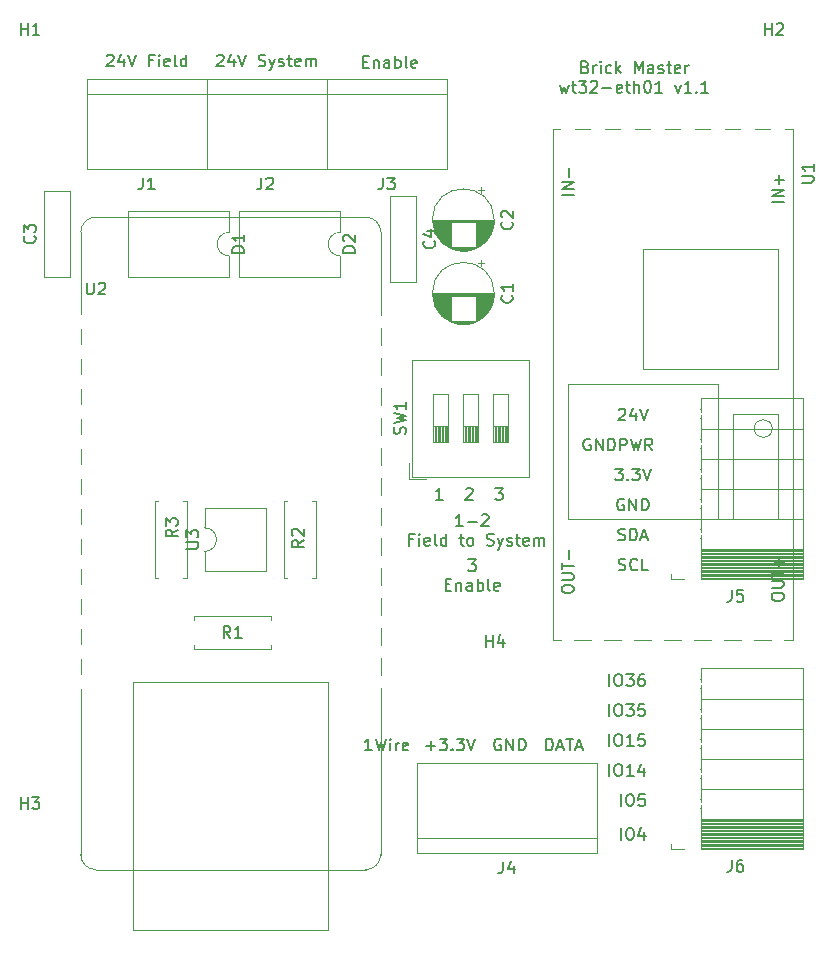
<source format=gto>
G04 #@! TF.GenerationSoftware,KiCad,Pcbnew,5.1.10-88a1d61d58~90~ubuntu20.04.1*
G04 #@! TF.CreationDate,2021-07-14T18:43:21+02:00*
G04 #@! TF.ProjectId,master-wt32-eth01,6d617374-6572-42d7-9774-33322d657468,rev?*
G04 #@! TF.SameCoordinates,PX3a22d00PY8062360*
G04 #@! TF.FileFunction,Legend,Top*
G04 #@! TF.FilePolarity,Positive*
%FSLAX46Y46*%
G04 Gerber Fmt 4.6, Leading zero omitted, Abs format (unit mm)*
G04 Created by KiCad (PCBNEW 5.1.10-88a1d61d58~90~ubuntu20.04.1) date 2021-07-14 18:43:21*
%MOMM*%
%LPD*%
G01*
G04 APERTURE LIST*
%ADD10C,0.150000*%
%ADD11C,0.120000*%
%ADD12C,3.200000*%
%ADD13O,1.524000X3.048000*%
%ADD14O,3.048000X1.524000*%
%ADD15C,2.032000*%
%ADD16R,1.600000X1.600000*%
%ADD17O,1.600000X1.600000*%
%ADD18C,1.600000*%
%ADD19C,3.000000*%
%ADD20R,3.000000X3.000000*%
%ADD21O,3.000000X1.700000*%
%ADD22R,3.000000X1.700000*%
%ADD23O,3.000000X1.600000*%
G04 APERTURE END LIST*
D10*
X106346666Y-92670380D02*
X106965714Y-92670380D01*
X106632380Y-93051333D01*
X106775238Y-93051333D01*
X106870476Y-93098952D01*
X106918095Y-93146571D01*
X106965714Y-93241809D01*
X106965714Y-93479904D01*
X106918095Y-93575142D01*
X106870476Y-93622761D01*
X106775238Y-93670380D01*
X106489523Y-93670380D01*
X106394285Y-93622761D01*
X106346666Y-93575142D01*
X103854285Y-92765619D02*
X103901904Y-92718000D01*
X103997142Y-92670380D01*
X104235238Y-92670380D01*
X104330476Y-92718000D01*
X104378095Y-92765619D01*
X104425714Y-92860857D01*
X104425714Y-92956095D01*
X104378095Y-93098952D01*
X103806666Y-93670380D01*
X104425714Y-93670380D01*
X101885714Y-93670380D02*
X101314285Y-93670380D01*
X101600000Y-93670380D02*
X101600000Y-92670380D01*
X101504761Y-92813238D01*
X101409523Y-92908476D01*
X101314285Y-92956095D01*
X113967142Y-57015571D02*
X114110000Y-57063190D01*
X114157619Y-57110809D01*
X114205238Y-57206047D01*
X114205238Y-57348904D01*
X114157619Y-57444142D01*
X114110000Y-57491761D01*
X114014761Y-57539380D01*
X113633809Y-57539380D01*
X113633809Y-56539380D01*
X113967142Y-56539380D01*
X114062380Y-56587000D01*
X114110000Y-56634619D01*
X114157619Y-56729857D01*
X114157619Y-56825095D01*
X114110000Y-56920333D01*
X114062380Y-56967952D01*
X113967142Y-57015571D01*
X113633809Y-57015571D01*
X114633809Y-57539380D02*
X114633809Y-56872714D01*
X114633809Y-57063190D02*
X114681428Y-56967952D01*
X114729047Y-56920333D01*
X114824285Y-56872714D01*
X114919523Y-56872714D01*
X115252857Y-57539380D02*
X115252857Y-56872714D01*
X115252857Y-56539380D02*
X115205238Y-56587000D01*
X115252857Y-56634619D01*
X115300476Y-56587000D01*
X115252857Y-56539380D01*
X115252857Y-56634619D01*
X116157619Y-57491761D02*
X116062380Y-57539380D01*
X115871904Y-57539380D01*
X115776666Y-57491761D01*
X115729047Y-57444142D01*
X115681428Y-57348904D01*
X115681428Y-57063190D01*
X115729047Y-56967952D01*
X115776666Y-56920333D01*
X115871904Y-56872714D01*
X116062380Y-56872714D01*
X116157619Y-56920333D01*
X116586190Y-57539380D02*
X116586190Y-56539380D01*
X116681428Y-57158428D02*
X116967142Y-57539380D01*
X116967142Y-56872714D02*
X116586190Y-57253666D01*
X118157619Y-57539380D02*
X118157619Y-56539380D01*
X118490952Y-57253666D01*
X118824285Y-56539380D01*
X118824285Y-57539380D01*
X119729047Y-57539380D02*
X119729047Y-57015571D01*
X119681428Y-56920333D01*
X119586190Y-56872714D01*
X119395714Y-56872714D01*
X119300476Y-56920333D01*
X119729047Y-57491761D02*
X119633809Y-57539380D01*
X119395714Y-57539380D01*
X119300476Y-57491761D01*
X119252857Y-57396523D01*
X119252857Y-57301285D01*
X119300476Y-57206047D01*
X119395714Y-57158428D01*
X119633809Y-57158428D01*
X119729047Y-57110809D01*
X120157619Y-57491761D02*
X120252857Y-57539380D01*
X120443333Y-57539380D01*
X120538571Y-57491761D01*
X120586190Y-57396523D01*
X120586190Y-57348904D01*
X120538571Y-57253666D01*
X120443333Y-57206047D01*
X120300476Y-57206047D01*
X120205238Y-57158428D01*
X120157619Y-57063190D01*
X120157619Y-57015571D01*
X120205238Y-56920333D01*
X120300476Y-56872714D01*
X120443333Y-56872714D01*
X120538571Y-56920333D01*
X120871904Y-56872714D02*
X121252857Y-56872714D01*
X121014761Y-56539380D02*
X121014761Y-57396523D01*
X121062380Y-57491761D01*
X121157619Y-57539380D01*
X121252857Y-57539380D01*
X121967142Y-57491761D02*
X121871904Y-57539380D01*
X121681428Y-57539380D01*
X121586190Y-57491761D01*
X121538571Y-57396523D01*
X121538571Y-57015571D01*
X121586190Y-56920333D01*
X121681428Y-56872714D01*
X121871904Y-56872714D01*
X121967142Y-56920333D01*
X122014761Y-57015571D01*
X122014761Y-57110809D01*
X121538571Y-57206047D01*
X122443333Y-57539380D02*
X122443333Y-56872714D01*
X122443333Y-57063190D02*
X122490952Y-56967952D01*
X122538571Y-56920333D01*
X122633809Y-56872714D01*
X122729047Y-56872714D01*
X111800476Y-58522714D02*
X111990952Y-59189380D01*
X112181428Y-58713190D01*
X112371904Y-59189380D01*
X112562380Y-58522714D01*
X112800476Y-58522714D02*
X113181428Y-58522714D01*
X112943333Y-58189380D02*
X112943333Y-59046523D01*
X112990952Y-59141761D01*
X113086190Y-59189380D01*
X113181428Y-59189380D01*
X113419523Y-58189380D02*
X114038571Y-58189380D01*
X113705238Y-58570333D01*
X113848095Y-58570333D01*
X113943333Y-58617952D01*
X113990952Y-58665571D01*
X114038571Y-58760809D01*
X114038571Y-58998904D01*
X113990952Y-59094142D01*
X113943333Y-59141761D01*
X113848095Y-59189380D01*
X113562380Y-59189380D01*
X113467142Y-59141761D01*
X113419523Y-59094142D01*
X114419523Y-58284619D02*
X114467142Y-58237000D01*
X114562380Y-58189380D01*
X114800476Y-58189380D01*
X114895714Y-58237000D01*
X114943333Y-58284619D01*
X114990952Y-58379857D01*
X114990952Y-58475095D01*
X114943333Y-58617952D01*
X114371904Y-59189380D01*
X114990952Y-59189380D01*
X115419523Y-58808428D02*
X116181428Y-58808428D01*
X117038571Y-59141761D02*
X116943333Y-59189380D01*
X116752857Y-59189380D01*
X116657619Y-59141761D01*
X116610000Y-59046523D01*
X116610000Y-58665571D01*
X116657619Y-58570333D01*
X116752857Y-58522714D01*
X116943333Y-58522714D01*
X117038571Y-58570333D01*
X117086190Y-58665571D01*
X117086190Y-58760809D01*
X116610000Y-58856047D01*
X117371904Y-58522714D02*
X117752857Y-58522714D01*
X117514761Y-58189380D02*
X117514761Y-59046523D01*
X117562380Y-59141761D01*
X117657619Y-59189380D01*
X117752857Y-59189380D01*
X118086190Y-59189380D02*
X118086190Y-58189380D01*
X118514761Y-59189380D02*
X118514761Y-58665571D01*
X118467142Y-58570333D01*
X118371904Y-58522714D01*
X118229047Y-58522714D01*
X118133809Y-58570333D01*
X118086190Y-58617952D01*
X119181428Y-58189380D02*
X119276666Y-58189380D01*
X119371904Y-58237000D01*
X119419523Y-58284619D01*
X119467142Y-58379857D01*
X119514761Y-58570333D01*
X119514761Y-58808428D01*
X119467142Y-58998904D01*
X119419523Y-59094142D01*
X119371904Y-59141761D01*
X119276666Y-59189380D01*
X119181428Y-59189380D01*
X119086190Y-59141761D01*
X119038571Y-59094142D01*
X118990952Y-58998904D01*
X118943333Y-58808428D01*
X118943333Y-58570333D01*
X118990952Y-58379857D01*
X119038571Y-58284619D01*
X119086190Y-58237000D01*
X119181428Y-58189380D01*
X120467142Y-59189380D02*
X119895714Y-59189380D01*
X120181428Y-59189380D02*
X120181428Y-58189380D01*
X120086190Y-58332238D01*
X119990952Y-58427476D01*
X119895714Y-58475095D01*
X121562380Y-58522714D02*
X121800476Y-59189380D01*
X122038571Y-58522714D01*
X122943333Y-59189380D02*
X122371904Y-59189380D01*
X122657619Y-59189380D02*
X122657619Y-58189380D01*
X122562380Y-58332238D01*
X122467142Y-58427476D01*
X122371904Y-58475095D01*
X123371904Y-59094142D02*
X123419523Y-59141761D01*
X123371904Y-59189380D01*
X123324285Y-59141761D01*
X123371904Y-59094142D01*
X123371904Y-59189380D01*
X124371904Y-59189380D02*
X123800476Y-59189380D01*
X124086190Y-59189380D02*
X124086190Y-58189380D01*
X123990952Y-58332238D01*
X123895714Y-58427476D01*
X123800476Y-58475095D01*
X104060666Y-98703380D02*
X104679714Y-98703380D01*
X104346380Y-99084333D01*
X104489238Y-99084333D01*
X104584476Y-99131952D01*
X104632095Y-99179571D01*
X104679714Y-99274809D01*
X104679714Y-99512904D01*
X104632095Y-99608142D01*
X104584476Y-99655761D01*
X104489238Y-99703380D01*
X104203523Y-99703380D01*
X104108285Y-99655761D01*
X104060666Y-99608142D01*
X102132095Y-100829571D02*
X102465428Y-100829571D01*
X102608285Y-101353380D02*
X102132095Y-101353380D01*
X102132095Y-100353380D01*
X102608285Y-100353380D01*
X103036857Y-100686714D02*
X103036857Y-101353380D01*
X103036857Y-100781952D02*
X103084476Y-100734333D01*
X103179714Y-100686714D01*
X103322571Y-100686714D01*
X103417809Y-100734333D01*
X103465428Y-100829571D01*
X103465428Y-101353380D01*
X104370190Y-101353380D02*
X104370190Y-100829571D01*
X104322571Y-100734333D01*
X104227333Y-100686714D01*
X104036857Y-100686714D01*
X103941619Y-100734333D01*
X104370190Y-101305761D02*
X104274952Y-101353380D01*
X104036857Y-101353380D01*
X103941619Y-101305761D01*
X103894000Y-101210523D01*
X103894000Y-101115285D01*
X103941619Y-101020047D01*
X104036857Y-100972428D01*
X104274952Y-100972428D01*
X104370190Y-100924809D01*
X104846380Y-101353380D02*
X104846380Y-100353380D01*
X104846380Y-100734333D02*
X104941619Y-100686714D01*
X105132095Y-100686714D01*
X105227333Y-100734333D01*
X105274952Y-100781952D01*
X105322571Y-100877190D01*
X105322571Y-101162904D01*
X105274952Y-101258142D01*
X105227333Y-101305761D01*
X105132095Y-101353380D01*
X104941619Y-101353380D01*
X104846380Y-101305761D01*
X105894000Y-101353380D02*
X105798761Y-101305761D01*
X105751142Y-101210523D01*
X105751142Y-100353380D01*
X106655904Y-101305761D02*
X106560666Y-101353380D01*
X106370190Y-101353380D01*
X106274952Y-101305761D01*
X106227333Y-101210523D01*
X106227333Y-100829571D01*
X106274952Y-100734333D01*
X106370190Y-100686714D01*
X106560666Y-100686714D01*
X106655904Y-100734333D01*
X106703523Y-100829571D01*
X106703523Y-100924809D01*
X106227333Y-101020047D01*
X103584523Y-95893380D02*
X103013095Y-95893380D01*
X103298809Y-95893380D02*
X103298809Y-94893380D01*
X103203571Y-95036238D01*
X103108333Y-95131476D01*
X103013095Y-95179095D01*
X104013095Y-95512428D02*
X104775000Y-95512428D01*
X105203571Y-94988619D02*
X105251190Y-94941000D01*
X105346428Y-94893380D01*
X105584523Y-94893380D01*
X105679761Y-94941000D01*
X105727380Y-94988619D01*
X105775000Y-95083857D01*
X105775000Y-95179095D01*
X105727380Y-95321952D01*
X105155952Y-95893380D01*
X105775000Y-95893380D01*
X99394047Y-97019571D02*
X99060714Y-97019571D01*
X99060714Y-97543380D02*
X99060714Y-96543380D01*
X99536904Y-96543380D01*
X99917857Y-97543380D02*
X99917857Y-96876714D01*
X99917857Y-96543380D02*
X99870238Y-96591000D01*
X99917857Y-96638619D01*
X99965476Y-96591000D01*
X99917857Y-96543380D01*
X99917857Y-96638619D01*
X100775000Y-97495761D02*
X100679761Y-97543380D01*
X100489285Y-97543380D01*
X100394047Y-97495761D01*
X100346428Y-97400523D01*
X100346428Y-97019571D01*
X100394047Y-96924333D01*
X100489285Y-96876714D01*
X100679761Y-96876714D01*
X100775000Y-96924333D01*
X100822619Y-97019571D01*
X100822619Y-97114809D01*
X100346428Y-97210047D01*
X101394047Y-97543380D02*
X101298809Y-97495761D01*
X101251190Y-97400523D01*
X101251190Y-96543380D01*
X102203571Y-97543380D02*
X102203571Y-96543380D01*
X102203571Y-97495761D02*
X102108333Y-97543380D01*
X101917857Y-97543380D01*
X101822619Y-97495761D01*
X101775000Y-97448142D01*
X101727380Y-97352904D01*
X101727380Y-97067190D01*
X101775000Y-96971952D01*
X101822619Y-96924333D01*
X101917857Y-96876714D01*
X102108333Y-96876714D01*
X102203571Y-96924333D01*
X103298809Y-96876714D02*
X103679761Y-96876714D01*
X103441666Y-96543380D02*
X103441666Y-97400523D01*
X103489285Y-97495761D01*
X103584523Y-97543380D01*
X103679761Y-97543380D01*
X104155952Y-97543380D02*
X104060714Y-97495761D01*
X104013095Y-97448142D01*
X103965476Y-97352904D01*
X103965476Y-97067190D01*
X104013095Y-96971952D01*
X104060714Y-96924333D01*
X104155952Y-96876714D01*
X104298809Y-96876714D01*
X104394047Y-96924333D01*
X104441666Y-96971952D01*
X104489285Y-97067190D01*
X104489285Y-97352904D01*
X104441666Y-97448142D01*
X104394047Y-97495761D01*
X104298809Y-97543380D01*
X104155952Y-97543380D01*
X105632142Y-97495761D02*
X105775000Y-97543380D01*
X106013095Y-97543380D01*
X106108333Y-97495761D01*
X106155952Y-97448142D01*
X106203571Y-97352904D01*
X106203571Y-97257666D01*
X106155952Y-97162428D01*
X106108333Y-97114809D01*
X106013095Y-97067190D01*
X105822619Y-97019571D01*
X105727380Y-96971952D01*
X105679761Y-96924333D01*
X105632142Y-96829095D01*
X105632142Y-96733857D01*
X105679761Y-96638619D01*
X105727380Y-96591000D01*
X105822619Y-96543380D01*
X106060714Y-96543380D01*
X106203571Y-96591000D01*
X106536904Y-96876714D02*
X106775000Y-97543380D01*
X107013095Y-96876714D02*
X106775000Y-97543380D01*
X106679761Y-97781476D01*
X106632142Y-97829095D01*
X106536904Y-97876714D01*
X107346428Y-97495761D02*
X107441666Y-97543380D01*
X107632142Y-97543380D01*
X107727380Y-97495761D01*
X107775000Y-97400523D01*
X107775000Y-97352904D01*
X107727380Y-97257666D01*
X107632142Y-97210047D01*
X107489285Y-97210047D01*
X107394047Y-97162428D01*
X107346428Y-97067190D01*
X107346428Y-97019571D01*
X107394047Y-96924333D01*
X107489285Y-96876714D01*
X107632142Y-96876714D01*
X107727380Y-96924333D01*
X108060714Y-96876714D02*
X108441666Y-96876714D01*
X108203571Y-96543380D02*
X108203571Y-97400523D01*
X108251190Y-97495761D01*
X108346428Y-97543380D01*
X108441666Y-97543380D01*
X109155952Y-97495761D02*
X109060714Y-97543380D01*
X108870238Y-97543380D01*
X108775000Y-97495761D01*
X108727380Y-97400523D01*
X108727380Y-97019571D01*
X108775000Y-96924333D01*
X108870238Y-96876714D01*
X109060714Y-96876714D01*
X109155952Y-96924333D01*
X109203571Y-97019571D01*
X109203571Y-97114809D01*
X108727380Y-97210047D01*
X109632142Y-97543380D02*
X109632142Y-96876714D01*
X109632142Y-96971952D02*
X109679761Y-96924333D01*
X109775000Y-96876714D01*
X109917857Y-96876714D01*
X110013095Y-96924333D01*
X110060714Y-97019571D01*
X110060714Y-97543380D01*
X110060714Y-97019571D02*
X110108333Y-96924333D01*
X110203571Y-96876714D01*
X110346428Y-96876714D01*
X110441666Y-96924333D01*
X110489285Y-97019571D01*
X110489285Y-97543380D01*
X95147095Y-56570571D02*
X95480428Y-56570571D01*
X95623285Y-57094380D02*
X95147095Y-57094380D01*
X95147095Y-56094380D01*
X95623285Y-56094380D01*
X96051857Y-56427714D02*
X96051857Y-57094380D01*
X96051857Y-56522952D02*
X96099476Y-56475333D01*
X96194714Y-56427714D01*
X96337571Y-56427714D01*
X96432809Y-56475333D01*
X96480428Y-56570571D01*
X96480428Y-57094380D01*
X97385190Y-57094380D02*
X97385190Y-56570571D01*
X97337571Y-56475333D01*
X97242333Y-56427714D01*
X97051857Y-56427714D01*
X96956619Y-56475333D01*
X97385190Y-57046761D02*
X97289952Y-57094380D01*
X97051857Y-57094380D01*
X96956619Y-57046761D01*
X96909000Y-56951523D01*
X96909000Y-56856285D01*
X96956619Y-56761047D01*
X97051857Y-56713428D01*
X97289952Y-56713428D01*
X97385190Y-56665809D01*
X97861380Y-57094380D02*
X97861380Y-56094380D01*
X97861380Y-56475333D02*
X97956619Y-56427714D01*
X98147095Y-56427714D01*
X98242333Y-56475333D01*
X98289952Y-56522952D01*
X98337571Y-56618190D01*
X98337571Y-56903904D01*
X98289952Y-56999142D01*
X98242333Y-57046761D01*
X98147095Y-57094380D01*
X97956619Y-57094380D01*
X97861380Y-57046761D01*
X98909000Y-57094380D02*
X98813761Y-57046761D01*
X98766142Y-56951523D01*
X98766142Y-56094380D01*
X99670904Y-57046761D02*
X99575666Y-57094380D01*
X99385190Y-57094380D01*
X99289952Y-57046761D01*
X99242333Y-56951523D01*
X99242333Y-56570571D01*
X99289952Y-56475333D01*
X99385190Y-56427714D01*
X99575666Y-56427714D01*
X99670904Y-56475333D01*
X99718523Y-56570571D01*
X99718523Y-56665809D01*
X99242333Y-56761047D01*
X95893095Y-114879380D02*
X95321666Y-114879380D01*
X95607380Y-114879380D02*
X95607380Y-113879380D01*
X95512142Y-114022238D01*
X95416904Y-114117476D01*
X95321666Y-114165095D01*
X96226428Y-113879380D02*
X96464523Y-114879380D01*
X96655000Y-114165095D01*
X96845476Y-114879380D01*
X97083571Y-113879380D01*
X97464523Y-114879380D02*
X97464523Y-114212714D01*
X97464523Y-113879380D02*
X97416904Y-113927000D01*
X97464523Y-113974619D01*
X97512142Y-113927000D01*
X97464523Y-113879380D01*
X97464523Y-113974619D01*
X97940714Y-114879380D02*
X97940714Y-114212714D01*
X97940714Y-114403190D02*
X97988333Y-114307952D01*
X98035952Y-114260333D01*
X98131190Y-114212714D01*
X98226428Y-114212714D01*
X98940714Y-114831761D02*
X98845476Y-114879380D01*
X98655000Y-114879380D01*
X98559761Y-114831761D01*
X98512142Y-114736523D01*
X98512142Y-114355571D01*
X98559761Y-114260333D01*
X98655000Y-114212714D01*
X98845476Y-114212714D01*
X98940714Y-114260333D01*
X98988333Y-114355571D01*
X98988333Y-114450809D01*
X98512142Y-114546047D01*
X100489000Y-114498428D02*
X101250904Y-114498428D01*
X100869952Y-114879380D02*
X100869952Y-114117476D01*
X101631857Y-113879380D02*
X102250904Y-113879380D01*
X101917571Y-114260333D01*
X102060428Y-114260333D01*
X102155666Y-114307952D01*
X102203285Y-114355571D01*
X102250904Y-114450809D01*
X102250904Y-114688904D01*
X102203285Y-114784142D01*
X102155666Y-114831761D01*
X102060428Y-114879380D01*
X101774714Y-114879380D01*
X101679476Y-114831761D01*
X101631857Y-114784142D01*
X102679476Y-114784142D02*
X102727095Y-114831761D01*
X102679476Y-114879380D01*
X102631857Y-114831761D01*
X102679476Y-114784142D01*
X102679476Y-114879380D01*
X103060428Y-113879380D02*
X103679476Y-113879380D01*
X103346142Y-114260333D01*
X103489000Y-114260333D01*
X103584238Y-114307952D01*
X103631857Y-114355571D01*
X103679476Y-114450809D01*
X103679476Y-114688904D01*
X103631857Y-114784142D01*
X103584238Y-114831761D01*
X103489000Y-114879380D01*
X103203285Y-114879380D01*
X103108047Y-114831761D01*
X103060428Y-114784142D01*
X103965190Y-113879380D02*
X104298523Y-114879380D01*
X104631857Y-113879380D01*
X106807095Y-113927000D02*
X106711857Y-113879380D01*
X106569000Y-113879380D01*
X106426142Y-113927000D01*
X106330904Y-114022238D01*
X106283285Y-114117476D01*
X106235666Y-114307952D01*
X106235666Y-114450809D01*
X106283285Y-114641285D01*
X106330904Y-114736523D01*
X106426142Y-114831761D01*
X106569000Y-114879380D01*
X106664238Y-114879380D01*
X106807095Y-114831761D01*
X106854714Y-114784142D01*
X106854714Y-114450809D01*
X106664238Y-114450809D01*
X107283285Y-114879380D02*
X107283285Y-113879380D01*
X107854714Y-114879380D01*
X107854714Y-113879380D01*
X108330904Y-114879380D02*
X108330904Y-113879380D01*
X108569000Y-113879380D01*
X108711857Y-113927000D01*
X108807095Y-114022238D01*
X108854714Y-114117476D01*
X108902333Y-114307952D01*
X108902333Y-114450809D01*
X108854714Y-114641285D01*
X108807095Y-114736523D01*
X108711857Y-114831761D01*
X108569000Y-114879380D01*
X108330904Y-114879380D01*
X110641000Y-114879380D02*
X110641000Y-113879380D01*
X110879095Y-113879380D01*
X111021952Y-113927000D01*
X111117190Y-114022238D01*
X111164809Y-114117476D01*
X111212428Y-114307952D01*
X111212428Y-114450809D01*
X111164809Y-114641285D01*
X111117190Y-114736523D01*
X111021952Y-114831761D01*
X110879095Y-114879380D01*
X110641000Y-114879380D01*
X111593380Y-114593666D02*
X112069571Y-114593666D01*
X111498142Y-114879380D02*
X111831476Y-113879380D01*
X112164809Y-114879380D01*
X112355285Y-113879380D02*
X112926714Y-113879380D01*
X112641000Y-114879380D02*
X112641000Y-113879380D01*
X113212428Y-114593666D02*
X113688619Y-114593666D01*
X113117190Y-114879380D02*
X113450523Y-113879380D01*
X113783857Y-114879380D01*
X82780714Y-56062619D02*
X82828333Y-56015000D01*
X82923571Y-55967380D01*
X83161666Y-55967380D01*
X83256904Y-56015000D01*
X83304523Y-56062619D01*
X83352142Y-56157857D01*
X83352142Y-56253095D01*
X83304523Y-56395952D01*
X82733095Y-56967380D01*
X83352142Y-56967380D01*
X84209285Y-56300714D02*
X84209285Y-56967380D01*
X83971190Y-55919761D02*
X83733095Y-56634047D01*
X84352142Y-56634047D01*
X84590238Y-55967380D02*
X84923571Y-56967380D01*
X85256904Y-55967380D01*
X86304523Y-56919761D02*
X86447380Y-56967380D01*
X86685476Y-56967380D01*
X86780714Y-56919761D01*
X86828333Y-56872142D01*
X86875952Y-56776904D01*
X86875952Y-56681666D01*
X86828333Y-56586428D01*
X86780714Y-56538809D01*
X86685476Y-56491190D01*
X86495000Y-56443571D01*
X86399761Y-56395952D01*
X86352142Y-56348333D01*
X86304523Y-56253095D01*
X86304523Y-56157857D01*
X86352142Y-56062619D01*
X86399761Y-56015000D01*
X86495000Y-55967380D01*
X86733095Y-55967380D01*
X86875952Y-56015000D01*
X87209285Y-56300714D02*
X87447380Y-56967380D01*
X87685476Y-56300714D02*
X87447380Y-56967380D01*
X87352142Y-57205476D01*
X87304523Y-57253095D01*
X87209285Y-57300714D01*
X88018809Y-56919761D02*
X88114047Y-56967380D01*
X88304523Y-56967380D01*
X88399761Y-56919761D01*
X88447380Y-56824523D01*
X88447380Y-56776904D01*
X88399761Y-56681666D01*
X88304523Y-56634047D01*
X88161666Y-56634047D01*
X88066428Y-56586428D01*
X88018809Y-56491190D01*
X88018809Y-56443571D01*
X88066428Y-56348333D01*
X88161666Y-56300714D01*
X88304523Y-56300714D01*
X88399761Y-56348333D01*
X88733095Y-56300714D02*
X89114047Y-56300714D01*
X88875952Y-55967380D02*
X88875952Y-56824523D01*
X88923571Y-56919761D01*
X89018809Y-56967380D01*
X89114047Y-56967380D01*
X89828333Y-56919761D02*
X89733095Y-56967380D01*
X89542619Y-56967380D01*
X89447380Y-56919761D01*
X89399761Y-56824523D01*
X89399761Y-56443571D01*
X89447380Y-56348333D01*
X89542619Y-56300714D01*
X89733095Y-56300714D01*
X89828333Y-56348333D01*
X89875952Y-56443571D01*
X89875952Y-56538809D01*
X89399761Y-56634047D01*
X90304523Y-56967380D02*
X90304523Y-56300714D01*
X90304523Y-56395952D02*
X90352142Y-56348333D01*
X90447380Y-56300714D01*
X90590238Y-56300714D01*
X90685476Y-56348333D01*
X90733095Y-56443571D01*
X90733095Y-56967380D01*
X90733095Y-56443571D02*
X90780714Y-56348333D01*
X90875952Y-56300714D01*
X91018809Y-56300714D01*
X91114047Y-56348333D01*
X91161666Y-56443571D01*
X91161666Y-56967380D01*
X73454047Y-56062619D02*
X73501666Y-56015000D01*
X73596904Y-55967380D01*
X73835000Y-55967380D01*
X73930238Y-56015000D01*
X73977857Y-56062619D01*
X74025476Y-56157857D01*
X74025476Y-56253095D01*
X73977857Y-56395952D01*
X73406428Y-56967380D01*
X74025476Y-56967380D01*
X74882619Y-56300714D02*
X74882619Y-56967380D01*
X74644523Y-55919761D02*
X74406428Y-56634047D01*
X75025476Y-56634047D01*
X75263571Y-55967380D02*
X75596904Y-56967380D01*
X75930238Y-55967380D01*
X77358809Y-56443571D02*
X77025476Y-56443571D01*
X77025476Y-56967380D02*
X77025476Y-55967380D01*
X77501666Y-55967380D01*
X77882619Y-56967380D02*
X77882619Y-56300714D01*
X77882619Y-55967380D02*
X77835000Y-56015000D01*
X77882619Y-56062619D01*
X77930238Y-56015000D01*
X77882619Y-55967380D01*
X77882619Y-56062619D01*
X78739761Y-56919761D02*
X78644523Y-56967380D01*
X78454047Y-56967380D01*
X78358809Y-56919761D01*
X78311190Y-56824523D01*
X78311190Y-56443571D01*
X78358809Y-56348333D01*
X78454047Y-56300714D01*
X78644523Y-56300714D01*
X78739761Y-56348333D01*
X78787380Y-56443571D01*
X78787380Y-56538809D01*
X78311190Y-56634047D01*
X79358809Y-56967380D02*
X79263571Y-56919761D01*
X79215952Y-56824523D01*
X79215952Y-55967380D01*
X80168333Y-56967380D02*
X80168333Y-55967380D01*
X80168333Y-56919761D02*
X80073095Y-56967380D01*
X79882619Y-56967380D01*
X79787380Y-56919761D01*
X79739761Y-56872142D01*
X79692142Y-56776904D01*
X79692142Y-56491190D01*
X79739761Y-56395952D01*
X79787380Y-56348333D01*
X79882619Y-56300714D01*
X80073095Y-56300714D01*
X80168333Y-56348333D01*
X116983000Y-122435380D02*
X116983000Y-121435380D01*
X117649666Y-121435380D02*
X117840142Y-121435380D01*
X117935380Y-121483000D01*
X118030619Y-121578238D01*
X118078238Y-121768714D01*
X118078238Y-122102047D01*
X118030619Y-122292523D01*
X117935380Y-122387761D01*
X117840142Y-122435380D01*
X117649666Y-122435380D01*
X117554428Y-122387761D01*
X117459190Y-122292523D01*
X117411571Y-122102047D01*
X117411571Y-121768714D01*
X117459190Y-121578238D01*
X117554428Y-121483000D01*
X117649666Y-121435380D01*
X118935380Y-121768714D02*
X118935380Y-122435380D01*
X118697285Y-121387761D02*
X118459190Y-122102047D01*
X119078238Y-122102047D01*
X116983000Y-119578380D02*
X116983000Y-118578380D01*
X117649666Y-118578380D02*
X117840142Y-118578380D01*
X117935380Y-118626000D01*
X118030619Y-118721238D01*
X118078238Y-118911714D01*
X118078238Y-119245047D01*
X118030619Y-119435523D01*
X117935380Y-119530761D01*
X117840142Y-119578380D01*
X117649666Y-119578380D01*
X117554428Y-119530761D01*
X117459190Y-119435523D01*
X117411571Y-119245047D01*
X117411571Y-118911714D01*
X117459190Y-118721238D01*
X117554428Y-118626000D01*
X117649666Y-118578380D01*
X118983000Y-118578380D02*
X118506809Y-118578380D01*
X118459190Y-119054571D01*
X118506809Y-119006952D01*
X118602047Y-118959333D01*
X118840142Y-118959333D01*
X118935380Y-119006952D01*
X118983000Y-119054571D01*
X119030619Y-119149809D01*
X119030619Y-119387904D01*
X118983000Y-119483142D01*
X118935380Y-119530761D01*
X118840142Y-119578380D01*
X118602047Y-119578380D01*
X118506809Y-119530761D01*
X118459190Y-119483142D01*
X115998809Y-117038380D02*
X115998809Y-116038380D01*
X116665476Y-116038380D02*
X116855952Y-116038380D01*
X116951190Y-116086000D01*
X117046428Y-116181238D01*
X117094047Y-116371714D01*
X117094047Y-116705047D01*
X117046428Y-116895523D01*
X116951190Y-116990761D01*
X116855952Y-117038380D01*
X116665476Y-117038380D01*
X116570238Y-116990761D01*
X116475000Y-116895523D01*
X116427380Y-116705047D01*
X116427380Y-116371714D01*
X116475000Y-116181238D01*
X116570238Y-116086000D01*
X116665476Y-116038380D01*
X118046428Y-117038380D02*
X117475000Y-117038380D01*
X117760714Y-117038380D02*
X117760714Y-116038380D01*
X117665476Y-116181238D01*
X117570238Y-116276476D01*
X117475000Y-116324095D01*
X118903571Y-116371714D02*
X118903571Y-117038380D01*
X118665476Y-115990761D02*
X118427380Y-116705047D01*
X119046428Y-116705047D01*
X115998809Y-114498380D02*
X115998809Y-113498380D01*
X116665476Y-113498380D02*
X116855952Y-113498380D01*
X116951190Y-113546000D01*
X117046428Y-113641238D01*
X117094047Y-113831714D01*
X117094047Y-114165047D01*
X117046428Y-114355523D01*
X116951190Y-114450761D01*
X116855952Y-114498380D01*
X116665476Y-114498380D01*
X116570238Y-114450761D01*
X116475000Y-114355523D01*
X116427380Y-114165047D01*
X116427380Y-113831714D01*
X116475000Y-113641238D01*
X116570238Y-113546000D01*
X116665476Y-113498380D01*
X118046428Y-114498380D02*
X117475000Y-114498380D01*
X117760714Y-114498380D02*
X117760714Y-113498380D01*
X117665476Y-113641238D01*
X117570238Y-113736476D01*
X117475000Y-113784095D01*
X118951190Y-113498380D02*
X118475000Y-113498380D01*
X118427380Y-113974571D01*
X118475000Y-113926952D01*
X118570238Y-113879333D01*
X118808333Y-113879333D01*
X118903571Y-113926952D01*
X118951190Y-113974571D01*
X118998809Y-114069809D01*
X118998809Y-114307904D01*
X118951190Y-114403142D01*
X118903571Y-114450761D01*
X118808333Y-114498380D01*
X118570238Y-114498380D01*
X118475000Y-114450761D01*
X118427380Y-114403142D01*
X115998809Y-111958380D02*
X115998809Y-110958380D01*
X116665476Y-110958380D02*
X116855952Y-110958380D01*
X116951190Y-111006000D01*
X117046428Y-111101238D01*
X117094047Y-111291714D01*
X117094047Y-111625047D01*
X117046428Y-111815523D01*
X116951190Y-111910761D01*
X116855952Y-111958380D01*
X116665476Y-111958380D01*
X116570238Y-111910761D01*
X116475000Y-111815523D01*
X116427380Y-111625047D01*
X116427380Y-111291714D01*
X116475000Y-111101238D01*
X116570238Y-111006000D01*
X116665476Y-110958380D01*
X117427380Y-110958380D02*
X118046428Y-110958380D01*
X117713095Y-111339333D01*
X117855952Y-111339333D01*
X117951190Y-111386952D01*
X117998809Y-111434571D01*
X118046428Y-111529809D01*
X118046428Y-111767904D01*
X117998809Y-111863142D01*
X117951190Y-111910761D01*
X117855952Y-111958380D01*
X117570238Y-111958380D01*
X117475000Y-111910761D01*
X117427380Y-111863142D01*
X118951190Y-110958380D02*
X118475000Y-110958380D01*
X118427380Y-111434571D01*
X118475000Y-111386952D01*
X118570238Y-111339333D01*
X118808333Y-111339333D01*
X118903571Y-111386952D01*
X118951190Y-111434571D01*
X118998809Y-111529809D01*
X118998809Y-111767904D01*
X118951190Y-111863142D01*
X118903571Y-111910761D01*
X118808333Y-111958380D01*
X118570238Y-111958380D01*
X118475000Y-111910761D01*
X118427380Y-111863142D01*
X115998809Y-109418380D02*
X115998809Y-108418380D01*
X116665476Y-108418380D02*
X116855952Y-108418380D01*
X116951190Y-108466000D01*
X117046428Y-108561238D01*
X117094047Y-108751714D01*
X117094047Y-109085047D01*
X117046428Y-109275523D01*
X116951190Y-109370761D01*
X116855952Y-109418380D01*
X116665476Y-109418380D01*
X116570238Y-109370761D01*
X116475000Y-109275523D01*
X116427380Y-109085047D01*
X116427380Y-108751714D01*
X116475000Y-108561238D01*
X116570238Y-108466000D01*
X116665476Y-108418380D01*
X117427380Y-108418380D02*
X118046428Y-108418380D01*
X117713095Y-108799333D01*
X117855952Y-108799333D01*
X117951190Y-108846952D01*
X117998809Y-108894571D01*
X118046428Y-108989809D01*
X118046428Y-109227904D01*
X117998809Y-109323142D01*
X117951190Y-109370761D01*
X117855952Y-109418380D01*
X117570238Y-109418380D01*
X117475000Y-109370761D01*
X117427380Y-109323142D01*
X118903571Y-108418380D02*
X118713095Y-108418380D01*
X118617857Y-108466000D01*
X118570238Y-108513619D01*
X118475000Y-108656476D01*
X118427380Y-108846952D01*
X118427380Y-109227904D01*
X118475000Y-109323142D01*
X118522619Y-109370761D01*
X118617857Y-109418380D01*
X118808333Y-109418380D01*
X118903571Y-109370761D01*
X118951190Y-109323142D01*
X118998809Y-109227904D01*
X118998809Y-108989809D01*
X118951190Y-108894571D01*
X118903571Y-108846952D01*
X118808333Y-108799333D01*
X118617857Y-108799333D01*
X118522619Y-108846952D01*
X118475000Y-108894571D01*
X118427380Y-108989809D01*
X116792523Y-99591761D02*
X116935380Y-99639380D01*
X117173476Y-99639380D01*
X117268714Y-99591761D01*
X117316333Y-99544142D01*
X117363952Y-99448904D01*
X117363952Y-99353666D01*
X117316333Y-99258428D01*
X117268714Y-99210809D01*
X117173476Y-99163190D01*
X116983000Y-99115571D01*
X116887761Y-99067952D01*
X116840142Y-99020333D01*
X116792523Y-98925095D01*
X116792523Y-98829857D01*
X116840142Y-98734619D01*
X116887761Y-98687000D01*
X116983000Y-98639380D01*
X117221095Y-98639380D01*
X117363952Y-98687000D01*
X118363952Y-99544142D02*
X118316333Y-99591761D01*
X118173476Y-99639380D01*
X118078238Y-99639380D01*
X117935380Y-99591761D01*
X117840142Y-99496523D01*
X117792523Y-99401285D01*
X117744904Y-99210809D01*
X117744904Y-99067952D01*
X117792523Y-98877476D01*
X117840142Y-98782238D01*
X117935380Y-98687000D01*
X118078238Y-98639380D01*
X118173476Y-98639380D01*
X118316333Y-98687000D01*
X118363952Y-98734619D01*
X119268714Y-99639380D02*
X118792523Y-99639380D01*
X118792523Y-98639380D01*
X116768714Y-97051761D02*
X116911571Y-97099380D01*
X117149666Y-97099380D01*
X117244904Y-97051761D01*
X117292523Y-97004142D01*
X117340142Y-96908904D01*
X117340142Y-96813666D01*
X117292523Y-96718428D01*
X117244904Y-96670809D01*
X117149666Y-96623190D01*
X116959190Y-96575571D01*
X116863952Y-96527952D01*
X116816333Y-96480333D01*
X116768714Y-96385095D01*
X116768714Y-96289857D01*
X116816333Y-96194619D01*
X116863952Y-96147000D01*
X116959190Y-96099380D01*
X117197285Y-96099380D01*
X117340142Y-96147000D01*
X117768714Y-97099380D02*
X117768714Y-96099380D01*
X118006809Y-96099380D01*
X118149666Y-96147000D01*
X118244904Y-96242238D01*
X118292523Y-96337476D01*
X118340142Y-96527952D01*
X118340142Y-96670809D01*
X118292523Y-96861285D01*
X118244904Y-96956523D01*
X118149666Y-97051761D01*
X118006809Y-97099380D01*
X117768714Y-97099380D01*
X118721095Y-96813666D02*
X119197285Y-96813666D01*
X118625857Y-97099380D02*
X118959190Y-96099380D01*
X119292523Y-97099380D01*
X117221095Y-93607000D02*
X117125857Y-93559380D01*
X116983000Y-93559380D01*
X116840142Y-93607000D01*
X116744904Y-93702238D01*
X116697285Y-93797476D01*
X116649666Y-93987952D01*
X116649666Y-94130809D01*
X116697285Y-94321285D01*
X116744904Y-94416523D01*
X116840142Y-94511761D01*
X116983000Y-94559380D01*
X117078238Y-94559380D01*
X117221095Y-94511761D01*
X117268714Y-94464142D01*
X117268714Y-94130809D01*
X117078238Y-94130809D01*
X117697285Y-94559380D02*
X117697285Y-93559380D01*
X118268714Y-94559380D01*
X118268714Y-93559380D01*
X118744904Y-94559380D02*
X118744904Y-93559380D01*
X118983000Y-93559380D01*
X119125857Y-93607000D01*
X119221095Y-93702238D01*
X119268714Y-93797476D01*
X119316333Y-93987952D01*
X119316333Y-94130809D01*
X119268714Y-94321285D01*
X119221095Y-94416523D01*
X119125857Y-94511761D01*
X118983000Y-94559380D01*
X118744904Y-94559380D01*
X116506809Y-91019380D02*
X117125857Y-91019380D01*
X116792523Y-91400333D01*
X116935380Y-91400333D01*
X117030619Y-91447952D01*
X117078238Y-91495571D01*
X117125857Y-91590809D01*
X117125857Y-91828904D01*
X117078238Y-91924142D01*
X117030619Y-91971761D01*
X116935380Y-92019380D01*
X116649666Y-92019380D01*
X116554428Y-91971761D01*
X116506809Y-91924142D01*
X117554428Y-91924142D02*
X117602047Y-91971761D01*
X117554428Y-92019380D01*
X117506809Y-91971761D01*
X117554428Y-91924142D01*
X117554428Y-92019380D01*
X117935380Y-91019380D02*
X118554428Y-91019380D01*
X118221095Y-91400333D01*
X118363952Y-91400333D01*
X118459190Y-91447952D01*
X118506809Y-91495571D01*
X118554428Y-91590809D01*
X118554428Y-91828904D01*
X118506809Y-91924142D01*
X118459190Y-91971761D01*
X118363952Y-92019380D01*
X118078238Y-92019380D01*
X117983000Y-91971761D01*
X117935380Y-91924142D01*
X118840142Y-91019380D02*
X119173476Y-92019380D01*
X119506809Y-91019380D01*
X114379666Y-88527000D02*
X114284428Y-88479380D01*
X114141571Y-88479380D01*
X113998714Y-88527000D01*
X113903476Y-88622238D01*
X113855857Y-88717476D01*
X113808238Y-88907952D01*
X113808238Y-89050809D01*
X113855857Y-89241285D01*
X113903476Y-89336523D01*
X113998714Y-89431761D01*
X114141571Y-89479380D01*
X114236809Y-89479380D01*
X114379666Y-89431761D01*
X114427285Y-89384142D01*
X114427285Y-89050809D01*
X114236809Y-89050809D01*
X114855857Y-89479380D02*
X114855857Y-88479380D01*
X115427285Y-89479380D01*
X115427285Y-88479380D01*
X115903476Y-89479380D02*
X115903476Y-88479380D01*
X116141571Y-88479380D01*
X116284428Y-88527000D01*
X116379666Y-88622238D01*
X116427285Y-88717476D01*
X116474904Y-88907952D01*
X116474904Y-89050809D01*
X116427285Y-89241285D01*
X116379666Y-89336523D01*
X116284428Y-89431761D01*
X116141571Y-89479380D01*
X115903476Y-89479380D01*
X116903476Y-89479380D02*
X116903476Y-88479380D01*
X117284428Y-88479380D01*
X117379666Y-88527000D01*
X117427285Y-88574619D01*
X117474904Y-88669857D01*
X117474904Y-88812714D01*
X117427285Y-88907952D01*
X117379666Y-88955571D01*
X117284428Y-89003190D01*
X116903476Y-89003190D01*
X117808238Y-88479380D02*
X118046333Y-89479380D01*
X118236809Y-88765095D01*
X118427285Y-89479380D01*
X118665380Y-88479380D01*
X119617761Y-89479380D02*
X119284428Y-89003190D01*
X119046333Y-89479380D02*
X119046333Y-88479380D01*
X119427285Y-88479380D01*
X119522523Y-88527000D01*
X119570142Y-88574619D01*
X119617761Y-88669857D01*
X119617761Y-88812714D01*
X119570142Y-88907952D01*
X119522523Y-88955571D01*
X119427285Y-89003190D01*
X119046333Y-89003190D01*
X116792523Y-86034619D02*
X116840142Y-85987000D01*
X116935380Y-85939380D01*
X117173476Y-85939380D01*
X117268714Y-85987000D01*
X117316333Y-86034619D01*
X117363952Y-86129857D01*
X117363952Y-86225095D01*
X117316333Y-86367952D01*
X116744904Y-86939380D01*
X117363952Y-86939380D01*
X118221095Y-86272714D02*
X118221095Y-86939380D01*
X117983000Y-85891761D02*
X117744904Y-86606047D01*
X118363952Y-86606047D01*
X118602047Y-85939380D02*
X118935380Y-86939380D01*
X119268714Y-85939380D01*
D11*
X111252000Y-62230000D02*
X131572000Y-62230000D01*
X111252000Y-105537000D02*
X111252000Y-62230000D01*
X131572000Y-105537000D02*
X111252000Y-105537000D01*
X131572000Y-62230000D02*
X131572000Y-105537000D01*
X112522000Y-95250000D02*
X112522000Y-83820000D01*
X112522000Y-83820000D02*
X125222000Y-83820000D01*
X125222000Y-83820000D02*
X125222000Y-95250000D01*
X125222000Y-95250000D02*
X112522000Y-95250000D01*
X130302000Y-95250000D02*
X130302000Y-86360000D01*
X130302000Y-86360000D02*
X126492000Y-86360000D01*
X126492000Y-86360000D02*
X126492000Y-95250000D01*
X126492000Y-95250000D02*
X130302000Y-95250000D01*
X130302000Y-72390000D02*
X130302000Y-82550000D01*
X130302000Y-82550000D02*
X118872000Y-82550000D01*
X118872000Y-82550000D02*
X118872000Y-72390000D01*
X118872000Y-72390000D02*
X130302000Y-72390000D01*
X129794000Y-87630000D02*
G75*
G03*
X129794000Y-87630000I-762000J0D01*
G01*
X92202000Y-130048000D02*
X75692000Y-130048000D01*
X92202000Y-109093000D02*
X92202000Y-130048000D01*
X75692000Y-109093000D02*
X92202000Y-109093000D01*
X75692000Y-130048000D02*
X75692000Y-109093000D01*
X95377000Y-69723000D02*
X72517000Y-69723000D01*
X96647000Y-123698000D02*
X96647000Y-70993000D01*
X72517000Y-124968000D02*
X95377000Y-124968000D01*
X71247000Y-70993000D02*
X71247000Y-123698000D01*
X95377000Y-69723000D02*
G75*
G02*
X96647000Y-70993000I0J-1270000D01*
G01*
X71247000Y-70993000D02*
G75*
G02*
X72517000Y-69723000I1270000J0D01*
G01*
X96647000Y-123698000D02*
G75*
G02*
X95377000Y-124968000I-1270000J0D01*
G01*
X72517000Y-124968000D02*
G75*
G02*
X71247000Y-123698000I0J1270000D01*
G01*
X93213000Y-71009000D02*
X93213000Y-69239000D01*
X93213000Y-69239000D02*
X84613000Y-69239000D01*
X84613000Y-69239000D02*
X84613000Y-74779000D01*
X84613000Y-74779000D02*
X93213000Y-74779000D01*
X93213000Y-74779000D02*
X93213000Y-73009000D01*
X93213000Y-73009000D02*
G75*
G02*
X93213000Y-71009000I0J1000000D01*
G01*
X83815000Y-71009000D02*
X83815000Y-69239000D01*
X83815000Y-69239000D02*
X75215000Y-69239000D01*
X75215000Y-69239000D02*
X75215000Y-74779000D01*
X75215000Y-74779000D02*
X83815000Y-74779000D01*
X83815000Y-74779000D02*
X83815000Y-73009000D01*
X83815000Y-73009000D02*
G75*
G02*
X83815000Y-71009000I0J1000000D01*
G01*
X99672000Y-67968000D02*
X99672000Y-75208000D01*
X97432000Y-67968000D02*
X97432000Y-75208000D01*
X99672000Y-67968000D02*
X97432000Y-67968000D01*
X99672000Y-75208000D02*
X97432000Y-75208000D01*
X68095000Y-74780000D02*
X68095000Y-67540000D01*
X70335000Y-74780000D02*
X70335000Y-67540000D01*
X68095000Y-74780000D02*
X70335000Y-74780000D01*
X68095000Y-67540000D02*
X70335000Y-67540000D01*
X106252000Y-69957000D02*
G75*
G03*
X106252000Y-69957000I-2620000J0D01*
G01*
X106212000Y-69957000D02*
X101052000Y-69957000D01*
X106212000Y-69997000D02*
X101052000Y-69997000D01*
X106211000Y-70037000D02*
X101053000Y-70037000D01*
X106210000Y-70077000D02*
X101054000Y-70077000D01*
X106208000Y-70117000D02*
X101056000Y-70117000D01*
X106205000Y-70157000D02*
X101059000Y-70157000D01*
X106201000Y-70197000D02*
X104672000Y-70197000D01*
X102592000Y-70197000D02*
X101063000Y-70197000D01*
X106197000Y-70237000D02*
X104672000Y-70237000D01*
X102592000Y-70237000D02*
X101067000Y-70237000D01*
X106193000Y-70277000D02*
X104672000Y-70277000D01*
X102592000Y-70277000D02*
X101071000Y-70277000D01*
X106188000Y-70317000D02*
X104672000Y-70317000D01*
X102592000Y-70317000D02*
X101076000Y-70317000D01*
X106182000Y-70357000D02*
X104672000Y-70357000D01*
X102592000Y-70357000D02*
X101082000Y-70357000D01*
X106175000Y-70397000D02*
X104672000Y-70397000D01*
X102592000Y-70397000D02*
X101089000Y-70397000D01*
X106168000Y-70437000D02*
X104672000Y-70437000D01*
X102592000Y-70437000D02*
X101096000Y-70437000D01*
X106160000Y-70477000D02*
X104672000Y-70477000D01*
X102592000Y-70477000D02*
X101104000Y-70477000D01*
X106152000Y-70517000D02*
X104672000Y-70517000D01*
X102592000Y-70517000D02*
X101112000Y-70517000D01*
X106143000Y-70557000D02*
X104672000Y-70557000D01*
X102592000Y-70557000D02*
X101121000Y-70557000D01*
X106133000Y-70597000D02*
X104672000Y-70597000D01*
X102592000Y-70597000D02*
X101131000Y-70597000D01*
X106123000Y-70637000D02*
X104672000Y-70637000D01*
X102592000Y-70637000D02*
X101141000Y-70637000D01*
X106112000Y-70678000D02*
X104672000Y-70678000D01*
X102592000Y-70678000D02*
X101152000Y-70678000D01*
X106100000Y-70718000D02*
X104672000Y-70718000D01*
X102592000Y-70718000D02*
X101164000Y-70718000D01*
X106087000Y-70758000D02*
X104672000Y-70758000D01*
X102592000Y-70758000D02*
X101177000Y-70758000D01*
X106074000Y-70798000D02*
X104672000Y-70798000D01*
X102592000Y-70798000D02*
X101190000Y-70798000D01*
X106060000Y-70838000D02*
X104672000Y-70838000D01*
X102592000Y-70838000D02*
X101204000Y-70838000D01*
X106046000Y-70878000D02*
X104672000Y-70878000D01*
X102592000Y-70878000D02*
X101218000Y-70878000D01*
X106030000Y-70918000D02*
X104672000Y-70918000D01*
X102592000Y-70918000D02*
X101234000Y-70918000D01*
X106014000Y-70958000D02*
X104672000Y-70958000D01*
X102592000Y-70958000D02*
X101250000Y-70958000D01*
X105997000Y-70998000D02*
X104672000Y-70998000D01*
X102592000Y-70998000D02*
X101267000Y-70998000D01*
X105980000Y-71038000D02*
X104672000Y-71038000D01*
X102592000Y-71038000D02*
X101284000Y-71038000D01*
X105961000Y-71078000D02*
X104672000Y-71078000D01*
X102592000Y-71078000D02*
X101303000Y-71078000D01*
X105942000Y-71118000D02*
X104672000Y-71118000D01*
X102592000Y-71118000D02*
X101322000Y-71118000D01*
X105922000Y-71158000D02*
X104672000Y-71158000D01*
X102592000Y-71158000D02*
X101342000Y-71158000D01*
X105900000Y-71198000D02*
X104672000Y-71198000D01*
X102592000Y-71198000D02*
X101364000Y-71198000D01*
X105879000Y-71238000D02*
X104672000Y-71238000D01*
X102592000Y-71238000D02*
X101385000Y-71238000D01*
X105856000Y-71278000D02*
X104672000Y-71278000D01*
X102592000Y-71278000D02*
X101408000Y-71278000D01*
X105832000Y-71318000D02*
X104672000Y-71318000D01*
X102592000Y-71318000D02*
X101432000Y-71318000D01*
X105807000Y-71358000D02*
X104672000Y-71358000D01*
X102592000Y-71358000D02*
X101457000Y-71358000D01*
X105781000Y-71398000D02*
X104672000Y-71398000D01*
X102592000Y-71398000D02*
X101483000Y-71398000D01*
X105754000Y-71438000D02*
X104672000Y-71438000D01*
X102592000Y-71438000D02*
X101510000Y-71438000D01*
X105727000Y-71478000D02*
X104672000Y-71478000D01*
X102592000Y-71478000D02*
X101537000Y-71478000D01*
X105697000Y-71518000D02*
X104672000Y-71518000D01*
X102592000Y-71518000D02*
X101567000Y-71518000D01*
X105667000Y-71558000D02*
X104672000Y-71558000D01*
X102592000Y-71558000D02*
X101597000Y-71558000D01*
X105636000Y-71598000D02*
X104672000Y-71598000D01*
X102592000Y-71598000D02*
X101628000Y-71598000D01*
X105603000Y-71638000D02*
X104672000Y-71638000D01*
X102592000Y-71638000D02*
X101661000Y-71638000D01*
X105569000Y-71678000D02*
X104672000Y-71678000D01*
X102592000Y-71678000D02*
X101695000Y-71678000D01*
X105533000Y-71718000D02*
X104672000Y-71718000D01*
X102592000Y-71718000D02*
X101731000Y-71718000D01*
X105496000Y-71758000D02*
X104672000Y-71758000D01*
X102592000Y-71758000D02*
X101768000Y-71758000D01*
X105458000Y-71798000D02*
X104672000Y-71798000D01*
X102592000Y-71798000D02*
X101806000Y-71798000D01*
X105417000Y-71838000D02*
X104672000Y-71838000D01*
X102592000Y-71838000D02*
X101847000Y-71838000D01*
X105375000Y-71878000D02*
X104672000Y-71878000D01*
X102592000Y-71878000D02*
X101889000Y-71878000D01*
X105331000Y-71918000D02*
X104672000Y-71918000D01*
X102592000Y-71918000D02*
X101933000Y-71918000D01*
X105285000Y-71958000D02*
X104672000Y-71958000D01*
X102592000Y-71958000D02*
X101979000Y-71958000D01*
X105237000Y-71998000D02*
X104672000Y-71998000D01*
X102592000Y-71998000D02*
X102027000Y-71998000D01*
X105186000Y-72038000D02*
X104672000Y-72038000D01*
X102592000Y-72038000D02*
X102078000Y-72038000D01*
X105132000Y-72078000D02*
X104672000Y-72078000D01*
X102592000Y-72078000D02*
X102132000Y-72078000D01*
X105075000Y-72118000D02*
X104672000Y-72118000D01*
X102592000Y-72118000D02*
X102189000Y-72118000D01*
X105015000Y-72158000D02*
X104672000Y-72158000D01*
X102592000Y-72158000D02*
X102249000Y-72158000D01*
X104951000Y-72198000D02*
X104672000Y-72198000D01*
X102592000Y-72198000D02*
X102313000Y-72198000D01*
X104883000Y-72238000D02*
X104672000Y-72238000D01*
X102592000Y-72238000D02*
X102381000Y-72238000D01*
X104810000Y-72278000D02*
X102454000Y-72278000D01*
X104730000Y-72318000D02*
X102534000Y-72318000D01*
X104643000Y-72358000D02*
X102621000Y-72358000D01*
X104547000Y-72398000D02*
X102717000Y-72398000D01*
X104437000Y-72438000D02*
X102827000Y-72438000D01*
X104309000Y-72478000D02*
X102955000Y-72478000D01*
X104150000Y-72518000D02*
X103114000Y-72518000D01*
X103916000Y-72558000D02*
X103348000Y-72558000D01*
X105107000Y-67152225D02*
X105107000Y-67652225D01*
X105357000Y-67402225D02*
X104857000Y-67402225D01*
X106252000Y-76180000D02*
G75*
G03*
X106252000Y-76180000I-2620000J0D01*
G01*
X106212000Y-76180000D02*
X101052000Y-76180000D01*
X106212000Y-76220000D02*
X101052000Y-76220000D01*
X106211000Y-76260000D02*
X101053000Y-76260000D01*
X106210000Y-76300000D02*
X101054000Y-76300000D01*
X106208000Y-76340000D02*
X101056000Y-76340000D01*
X106205000Y-76380000D02*
X101059000Y-76380000D01*
X106201000Y-76420000D02*
X104672000Y-76420000D01*
X102592000Y-76420000D02*
X101063000Y-76420000D01*
X106197000Y-76460000D02*
X104672000Y-76460000D01*
X102592000Y-76460000D02*
X101067000Y-76460000D01*
X106193000Y-76500000D02*
X104672000Y-76500000D01*
X102592000Y-76500000D02*
X101071000Y-76500000D01*
X106188000Y-76540000D02*
X104672000Y-76540000D01*
X102592000Y-76540000D02*
X101076000Y-76540000D01*
X106182000Y-76580000D02*
X104672000Y-76580000D01*
X102592000Y-76580000D02*
X101082000Y-76580000D01*
X106175000Y-76620000D02*
X104672000Y-76620000D01*
X102592000Y-76620000D02*
X101089000Y-76620000D01*
X106168000Y-76660000D02*
X104672000Y-76660000D01*
X102592000Y-76660000D02*
X101096000Y-76660000D01*
X106160000Y-76700000D02*
X104672000Y-76700000D01*
X102592000Y-76700000D02*
X101104000Y-76700000D01*
X106152000Y-76740000D02*
X104672000Y-76740000D01*
X102592000Y-76740000D02*
X101112000Y-76740000D01*
X106143000Y-76780000D02*
X104672000Y-76780000D01*
X102592000Y-76780000D02*
X101121000Y-76780000D01*
X106133000Y-76820000D02*
X104672000Y-76820000D01*
X102592000Y-76820000D02*
X101131000Y-76820000D01*
X106123000Y-76860000D02*
X104672000Y-76860000D01*
X102592000Y-76860000D02*
X101141000Y-76860000D01*
X106112000Y-76901000D02*
X104672000Y-76901000D01*
X102592000Y-76901000D02*
X101152000Y-76901000D01*
X106100000Y-76941000D02*
X104672000Y-76941000D01*
X102592000Y-76941000D02*
X101164000Y-76941000D01*
X106087000Y-76981000D02*
X104672000Y-76981000D01*
X102592000Y-76981000D02*
X101177000Y-76981000D01*
X106074000Y-77021000D02*
X104672000Y-77021000D01*
X102592000Y-77021000D02*
X101190000Y-77021000D01*
X106060000Y-77061000D02*
X104672000Y-77061000D01*
X102592000Y-77061000D02*
X101204000Y-77061000D01*
X106046000Y-77101000D02*
X104672000Y-77101000D01*
X102592000Y-77101000D02*
X101218000Y-77101000D01*
X106030000Y-77141000D02*
X104672000Y-77141000D01*
X102592000Y-77141000D02*
X101234000Y-77141000D01*
X106014000Y-77181000D02*
X104672000Y-77181000D01*
X102592000Y-77181000D02*
X101250000Y-77181000D01*
X105997000Y-77221000D02*
X104672000Y-77221000D01*
X102592000Y-77221000D02*
X101267000Y-77221000D01*
X105980000Y-77261000D02*
X104672000Y-77261000D01*
X102592000Y-77261000D02*
X101284000Y-77261000D01*
X105961000Y-77301000D02*
X104672000Y-77301000D01*
X102592000Y-77301000D02*
X101303000Y-77301000D01*
X105942000Y-77341000D02*
X104672000Y-77341000D01*
X102592000Y-77341000D02*
X101322000Y-77341000D01*
X105922000Y-77381000D02*
X104672000Y-77381000D01*
X102592000Y-77381000D02*
X101342000Y-77381000D01*
X105900000Y-77421000D02*
X104672000Y-77421000D01*
X102592000Y-77421000D02*
X101364000Y-77421000D01*
X105879000Y-77461000D02*
X104672000Y-77461000D01*
X102592000Y-77461000D02*
X101385000Y-77461000D01*
X105856000Y-77501000D02*
X104672000Y-77501000D01*
X102592000Y-77501000D02*
X101408000Y-77501000D01*
X105832000Y-77541000D02*
X104672000Y-77541000D01*
X102592000Y-77541000D02*
X101432000Y-77541000D01*
X105807000Y-77581000D02*
X104672000Y-77581000D01*
X102592000Y-77581000D02*
X101457000Y-77581000D01*
X105781000Y-77621000D02*
X104672000Y-77621000D01*
X102592000Y-77621000D02*
X101483000Y-77621000D01*
X105754000Y-77661000D02*
X104672000Y-77661000D01*
X102592000Y-77661000D02*
X101510000Y-77661000D01*
X105727000Y-77701000D02*
X104672000Y-77701000D01*
X102592000Y-77701000D02*
X101537000Y-77701000D01*
X105697000Y-77741000D02*
X104672000Y-77741000D01*
X102592000Y-77741000D02*
X101567000Y-77741000D01*
X105667000Y-77781000D02*
X104672000Y-77781000D01*
X102592000Y-77781000D02*
X101597000Y-77781000D01*
X105636000Y-77821000D02*
X104672000Y-77821000D01*
X102592000Y-77821000D02*
X101628000Y-77821000D01*
X105603000Y-77861000D02*
X104672000Y-77861000D01*
X102592000Y-77861000D02*
X101661000Y-77861000D01*
X105569000Y-77901000D02*
X104672000Y-77901000D01*
X102592000Y-77901000D02*
X101695000Y-77901000D01*
X105533000Y-77941000D02*
X104672000Y-77941000D01*
X102592000Y-77941000D02*
X101731000Y-77941000D01*
X105496000Y-77981000D02*
X104672000Y-77981000D01*
X102592000Y-77981000D02*
X101768000Y-77981000D01*
X105458000Y-78021000D02*
X104672000Y-78021000D01*
X102592000Y-78021000D02*
X101806000Y-78021000D01*
X105417000Y-78061000D02*
X104672000Y-78061000D01*
X102592000Y-78061000D02*
X101847000Y-78061000D01*
X105375000Y-78101000D02*
X104672000Y-78101000D01*
X102592000Y-78101000D02*
X101889000Y-78101000D01*
X105331000Y-78141000D02*
X104672000Y-78141000D01*
X102592000Y-78141000D02*
X101933000Y-78141000D01*
X105285000Y-78181000D02*
X104672000Y-78181000D01*
X102592000Y-78181000D02*
X101979000Y-78181000D01*
X105237000Y-78221000D02*
X104672000Y-78221000D01*
X102592000Y-78221000D02*
X102027000Y-78221000D01*
X105186000Y-78261000D02*
X104672000Y-78261000D01*
X102592000Y-78261000D02*
X102078000Y-78261000D01*
X105132000Y-78301000D02*
X104672000Y-78301000D01*
X102592000Y-78301000D02*
X102132000Y-78301000D01*
X105075000Y-78341000D02*
X104672000Y-78341000D01*
X102592000Y-78341000D02*
X102189000Y-78341000D01*
X105015000Y-78381000D02*
X104672000Y-78381000D01*
X102592000Y-78381000D02*
X102249000Y-78381000D01*
X104951000Y-78421000D02*
X104672000Y-78421000D01*
X102592000Y-78421000D02*
X102313000Y-78421000D01*
X104883000Y-78461000D02*
X104672000Y-78461000D01*
X102592000Y-78461000D02*
X102381000Y-78461000D01*
X104810000Y-78501000D02*
X102454000Y-78501000D01*
X104730000Y-78541000D02*
X102534000Y-78541000D01*
X104643000Y-78581000D02*
X102621000Y-78581000D01*
X104547000Y-78621000D02*
X102717000Y-78621000D01*
X104437000Y-78661000D02*
X102827000Y-78661000D01*
X104309000Y-78701000D02*
X102955000Y-78701000D01*
X104150000Y-78741000D02*
X103114000Y-78741000D01*
X103916000Y-78781000D02*
X103348000Y-78781000D01*
X105107000Y-73375225D02*
X105107000Y-73875225D01*
X105357000Y-73625225D02*
X104857000Y-73625225D01*
X80237000Y-93758000D02*
X79907000Y-93758000D01*
X80237000Y-100298000D02*
X80237000Y-93758000D01*
X79907000Y-100298000D02*
X80237000Y-100298000D01*
X77497000Y-93758000D02*
X77827000Y-93758000D01*
X77497000Y-100298000D02*
X77497000Y-93758000D01*
X77827000Y-100298000D02*
X77497000Y-100298000D01*
X81728000Y-94378000D02*
X81728000Y-96028000D01*
X86928000Y-94378000D02*
X81728000Y-94378000D01*
X86928000Y-99678000D02*
X86928000Y-94378000D01*
X81728000Y-99678000D02*
X86928000Y-99678000D01*
X81728000Y-98028000D02*
X81728000Y-99678000D01*
X81728000Y-96028000D02*
G75*
G02*
X81728000Y-98028000I0J-1000000D01*
G01*
X91159000Y-93758000D02*
X90829000Y-93758000D01*
X91159000Y-100298000D02*
X91159000Y-93758000D01*
X90829000Y-100298000D02*
X91159000Y-100298000D01*
X88419000Y-93758000D02*
X88749000Y-93758000D01*
X88419000Y-100298000D02*
X88419000Y-93758000D01*
X88749000Y-100298000D02*
X88419000Y-100298000D01*
X99307000Y-91691000D02*
X99307000Y-81791000D01*
X109227000Y-91691000D02*
X109227000Y-81791000D01*
X99307000Y-91691000D02*
X109227000Y-91691000D01*
X99307000Y-81791000D02*
X109227000Y-81791000D01*
X99067000Y-91931000D02*
X99067000Y-90547000D01*
X99067000Y-91931000D02*
X100450000Y-91931000D01*
X101092000Y-88771000D02*
X102362000Y-88771000D01*
X102362000Y-88771000D02*
X102362000Y-84711000D01*
X102362000Y-84711000D02*
X101092000Y-84711000D01*
X101092000Y-84711000D02*
X101092000Y-88771000D01*
X101212000Y-88771000D02*
X101212000Y-87417667D01*
X101332000Y-88771000D02*
X101332000Y-87417667D01*
X101452000Y-88771000D02*
X101452000Y-87417667D01*
X101572000Y-88771000D02*
X101572000Y-87417667D01*
X101692000Y-88771000D02*
X101692000Y-87417667D01*
X101812000Y-88771000D02*
X101812000Y-87417667D01*
X101932000Y-88771000D02*
X101932000Y-87417667D01*
X102052000Y-88771000D02*
X102052000Y-87417667D01*
X102172000Y-88771000D02*
X102172000Y-87417667D01*
X102292000Y-88771000D02*
X102292000Y-87417667D01*
X101092000Y-87417667D02*
X102362000Y-87417667D01*
X103632000Y-88771000D02*
X104902000Y-88771000D01*
X104902000Y-88771000D02*
X104902000Y-84711000D01*
X104902000Y-84711000D02*
X103632000Y-84711000D01*
X103632000Y-84711000D02*
X103632000Y-88771000D01*
X103752000Y-88771000D02*
X103752000Y-87417667D01*
X103872000Y-88771000D02*
X103872000Y-87417667D01*
X103992000Y-88771000D02*
X103992000Y-87417667D01*
X104112000Y-88771000D02*
X104112000Y-87417667D01*
X104232000Y-88771000D02*
X104232000Y-87417667D01*
X104352000Y-88771000D02*
X104352000Y-87417667D01*
X104472000Y-88771000D02*
X104472000Y-87417667D01*
X104592000Y-88771000D02*
X104592000Y-87417667D01*
X104712000Y-88771000D02*
X104712000Y-87417667D01*
X104832000Y-88771000D02*
X104832000Y-87417667D01*
X103632000Y-87417667D02*
X104902000Y-87417667D01*
X106172000Y-88771000D02*
X107442000Y-88771000D01*
X107442000Y-88771000D02*
X107442000Y-84711000D01*
X107442000Y-84711000D02*
X106172000Y-84711000D01*
X106172000Y-84711000D02*
X106172000Y-88771000D01*
X106292000Y-88771000D02*
X106292000Y-87417667D01*
X106412000Y-88771000D02*
X106412000Y-87417667D01*
X106532000Y-88771000D02*
X106532000Y-87417667D01*
X106652000Y-88771000D02*
X106652000Y-87417667D01*
X106772000Y-88771000D02*
X106772000Y-87417667D01*
X106892000Y-88771000D02*
X106892000Y-87417667D01*
X107012000Y-88771000D02*
X107012000Y-87417667D01*
X107132000Y-88771000D02*
X107132000Y-87417667D01*
X107252000Y-88771000D02*
X107252000Y-87417667D01*
X107372000Y-88771000D02*
X107372000Y-87417667D01*
X106172000Y-87417667D02*
X107442000Y-87417667D01*
X92075000Y-59309000D02*
X102235000Y-59309000D01*
X92075000Y-58039000D02*
X92075000Y-65659000D01*
X92075000Y-65659000D02*
X102235000Y-65659000D01*
X102235000Y-65659000D02*
X102235000Y-58039000D01*
X102235000Y-58039000D02*
X92075000Y-58039000D01*
X87344000Y-105942000D02*
X87344000Y-106272000D01*
X87344000Y-106272000D02*
X80804000Y-106272000D01*
X80804000Y-106272000D02*
X80804000Y-105942000D01*
X87344000Y-103862000D02*
X87344000Y-103532000D01*
X87344000Y-103532000D02*
X80804000Y-103532000D01*
X80804000Y-103532000D02*
X80804000Y-103862000D01*
X99695000Y-123571000D02*
X99695000Y-115951000D01*
X114935000Y-123571000D02*
X114935000Y-115951000D01*
X99695000Y-122301000D02*
X114935000Y-122301000D01*
X99695000Y-115951000D02*
X114935000Y-115951000D01*
X99695000Y-123571000D02*
X114935000Y-123571000D01*
X81915000Y-59309000D02*
X92075000Y-59309000D01*
X81915000Y-58039000D02*
X81915000Y-65659000D01*
X81915000Y-65659000D02*
X92075000Y-65659000D01*
X92075000Y-65659000D02*
X92075000Y-58039000D01*
X92075000Y-58039000D02*
X81915000Y-58039000D01*
X71755000Y-59309000D02*
X81915000Y-59309000D01*
X71755000Y-58039000D02*
X71755000Y-65659000D01*
X71755000Y-65659000D02*
X81915000Y-65659000D01*
X81915000Y-65659000D02*
X81915000Y-58039000D01*
X81915000Y-58039000D02*
X71755000Y-58039000D01*
X122301000Y-123250000D02*
X121191000Y-123250000D01*
X121191000Y-123250000D02*
X121191000Y-121920000D01*
X132391000Y-123250000D02*
X132391000Y-107890000D01*
X132391000Y-107890000D02*
X123761000Y-107890000D01*
X123761000Y-123250000D02*
X123761000Y-107890000D01*
X132391000Y-123250000D02*
X123761000Y-123250000D01*
X132391000Y-110490000D02*
X123761000Y-110490000D01*
X132391000Y-113030000D02*
X123761000Y-113030000D01*
X132391000Y-115570000D02*
X123761000Y-115570000D01*
X132391000Y-118110000D02*
X123761000Y-118110000D01*
X132391000Y-120650000D02*
X123761000Y-120650000D01*
X123761000Y-108860000D02*
X123351000Y-108860000D01*
X123761000Y-109580000D02*
X123351000Y-109580000D01*
X123761000Y-111400000D02*
X123351000Y-111400000D01*
X123761000Y-112120000D02*
X123351000Y-112120000D01*
X123761000Y-113940000D02*
X123351000Y-113940000D01*
X123761000Y-114660000D02*
X123351000Y-114660000D01*
X123761000Y-116480000D02*
X123351000Y-116480000D01*
X123761000Y-117200000D02*
X123351000Y-117200000D01*
X123761000Y-119020000D02*
X123351000Y-119020000D01*
X123761000Y-119740000D02*
X123351000Y-119740000D01*
X123761000Y-121560000D02*
X123411000Y-121560000D01*
X123761000Y-122280000D02*
X123411000Y-122280000D01*
X132391000Y-120768100D02*
X123761000Y-120768100D01*
X132391000Y-120886195D02*
X123761000Y-120886195D01*
X132391000Y-121004290D02*
X123761000Y-121004290D01*
X132391000Y-121122385D02*
X123761000Y-121122385D01*
X132391000Y-121240480D02*
X123761000Y-121240480D01*
X132391000Y-121358575D02*
X123761000Y-121358575D01*
X132391000Y-121476670D02*
X123761000Y-121476670D01*
X132391000Y-121594765D02*
X123761000Y-121594765D01*
X132391000Y-121712860D02*
X123761000Y-121712860D01*
X132391000Y-121830955D02*
X123761000Y-121830955D01*
X132391000Y-121949050D02*
X123761000Y-121949050D01*
X132391000Y-122067145D02*
X123761000Y-122067145D01*
X132391000Y-122185240D02*
X123761000Y-122185240D01*
X132391000Y-122303335D02*
X123761000Y-122303335D01*
X132391000Y-122421430D02*
X123761000Y-122421430D01*
X132391000Y-122539525D02*
X123761000Y-122539525D01*
X132391000Y-122657620D02*
X123761000Y-122657620D01*
X132391000Y-122775715D02*
X123761000Y-122775715D01*
X132391000Y-122893810D02*
X123761000Y-122893810D01*
X132391000Y-123011905D02*
X123761000Y-123011905D01*
X132391000Y-123130000D02*
X123761000Y-123130000D01*
X132391000Y-100270000D02*
X123761000Y-100270000D01*
X132391000Y-100151905D02*
X123761000Y-100151905D01*
X132391000Y-100033810D02*
X123761000Y-100033810D01*
X132391000Y-99915715D02*
X123761000Y-99915715D01*
X132391000Y-99797620D02*
X123761000Y-99797620D01*
X132391000Y-99679525D02*
X123761000Y-99679525D01*
X132391000Y-99561430D02*
X123761000Y-99561430D01*
X132391000Y-99443335D02*
X123761000Y-99443335D01*
X132391000Y-99325240D02*
X123761000Y-99325240D01*
X132391000Y-99207145D02*
X123761000Y-99207145D01*
X132391000Y-99089050D02*
X123761000Y-99089050D01*
X132391000Y-98970955D02*
X123761000Y-98970955D01*
X132391000Y-98852860D02*
X123761000Y-98852860D01*
X132391000Y-98734765D02*
X123761000Y-98734765D01*
X132391000Y-98616670D02*
X123761000Y-98616670D01*
X132391000Y-98498575D02*
X123761000Y-98498575D01*
X132391000Y-98380480D02*
X123761000Y-98380480D01*
X132391000Y-98262385D02*
X123761000Y-98262385D01*
X132391000Y-98144290D02*
X123761000Y-98144290D01*
X132391000Y-98026195D02*
X123761000Y-98026195D01*
X132391000Y-97908100D02*
X123761000Y-97908100D01*
X123761000Y-99420000D02*
X123411000Y-99420000D01*
X123761000Y-98700000D02*
X123411000Y-98700000D01*
X123761000Y-96880000D02*
X123351000Y-96880000D01*
X123761000Y-96160000D02*
X123351000Y-96160000D01*
X123761000Y-94340000D02*
X123351000Y-94340000D01*
X123761000Y-93620000D02*
X123351000Y-93620000D01*
X123761000Y-91800000D02*
X123351000Y-91800000D01*
X123761000Y-91080000D02*
X123351000Y-91080000D01*
X123761000Y-89260000D02*
X123351000Y-89260000D01*
X123761000Y-88540000D02*
X123351000Y-88540000D01*
X123761000Y-86720000D02*
X123351000Y-86720000D01*
X123761000Y-86000000D02*
X123351000Y-86000000D01*
X132391000Y-97790000D02*
X123761000Y-97790000D01*
X132391000Y-95250000D02*
X123761000Y-95250000D01*
X132391000Y-92710000D02*
X123761000Y-92710000D01*
X132391000Y-90170000D02*
X123761000Y-90170000D01*
X132391000Y-87630000D02*
X123761000Y-87630000D01*
X132391000Y-100390000D02*
X123761000Y-100390000D01*
X123761000Y-100390000D02*
X123761000Y-85030000D01*
X132391000Y-85030000D02*
X123761000Y-85030000D01*
X132391000Y-100390000D02*
X132391000Y-85030000D01*
X121191000Y-100390000D02*
X121191000Y-99060000D01*
X122301000Y-100390000D02*
X121191000Y-100390000D01*
D10*
X105537095Y-106107380D02*
X105537095Y-105107380D01*
X105537095Y-105583571D02*
X106108523Y-105583571D01*
X106108523Y-106107380D02*
X106108523Y-105107380D01*
X107013285Y-105440714D02*
X107013285Y-106107380D01*
X106775190Y-105059761D02*
X106537095Y-105774047D01*
X107156142Y-105774047D01*
X66167095Y-119823380D02*
X66167095Y-118823380D01*
X66167095Y-119299571D02*
X66738523Y-119299571D01*
X66738523Y-119823380D02*
X66738523Y-118823380D01*
X67119476Y-118823380D02*
X67738523Y-118823380D01*
X67405190Y-119204333D01*
X67548047Y-119204333D01*
X67643285Y-119251952D01*
X67690904Y-119299571D01*
X67738523Y-119394809D01*
X67738523Y-119632904D01*
X67690904Y-119728142D01*
X67643285Y-119775761D01*
X67548047Y-119823380D01*
X67262333Y-119823380D01*
X67167095Y-119775761D01*
X67119476Y-119728142D01*
X129159095Y-54291380D02*
X129159095Y-53291380D01*
X129159095Y-53767571D02*
X129730523Y-53767571D01*
X129730523Y-54291380D02*
X129730523Y-53291380D01*
X130159095Y-53386619D02*
X130206714Y-53339000D01*
X130301952Y-53291380D01*
X130540047Y-53291380D01*
X130635285Y-53339000D01*
X130682904Y-53386619D01*
X130730523Y-53481857D01*
X130730523Y-53577095D01*
X130682904Y-53719952D01*
X130111476Y-54291380D01*
X130730523Y-54291380D01*
X66167095Y-54291380D02*
X66167095Y-53291380D01*
X66167095Y-53767571D02*
X66738523Y-53767571D01*
X66738523Y-54291380D02*
X66738523Y-53291380D01*
X67738523Y-54291380D02*
X67167095Y-54291380D01*
X67452809Y-54291380D02*
X67452809Y-53291380D01*
X67357571Y-53434238D01*
X67262333Y-53529476D01*
X67167095Y-53577095D01*
X132294380Y-66801904D02*
X133103904Y-66801904D01*
X133199142Y-66754285D01*
X133246761Y-66706666D01*
X133294380Y-66611428D01*
X133294380Y-66420952D01*
X133246761Y-66325714D01*
X133199142Y-66278095D01*
X133103904Y-66230476D01*
X132294380Y-66230476D01*
X133294380Y-65230476D02*
X133294380Y-65801904D01*
X133294380Y-65516190D02*
X132294380Y-65516190D01*
X132437238Y-65611428D01*
X132532476Y-65706666D01*
X132580095Y-65801904D01*
X111974380Y-101314047D02*
X111974380Y-101123571D01*
X112022000Y-101028333D01*
X112117238Y-100933095D01*
X112307714Y-100885476D01*
X112641047Y-100885476D01*
X112831523Y-100933095D01*
X112926761Y-101028333D01*
X112974380Y-101123571D01*
X112974380Y-101314047D01*
X112926761Y-101409285D01*
X112831523Y-101504523D01*
X112641047Y-101552142D01*
X112307714Y-101552142D01*
X112117238Y-101504523D01*
X112022000Y-101409285D01*
X111974380Y-101314047D01*
X111974380Y-100456904D02*
X112783904Y-100456904D01*
X112879142Y-100409285D01*
X112926761Y-100361666D01*
X112974380Y-100266428D01*
X112974380Y-100075952D01*
X112926761Y-99980714D01*
X112879142Y-99933095D01*
X112783904Y-99885476D01*
X111974380Y-99885476D01*
X111974380Y-99552142D02*
X111974380Y-98980714D01*
X112974380Y-99266428D02*
X111974380Y-99266428D01*
X112593428Y-98647380D02*
X112593428Y-97885476D01*
X130754380Y-68452857D02*
X129754380Y-68452857D01*
X130754380Y-67976666D02*
X129754380Y-67976666D01*
X130754380Y-67405238D01*
X129754380Y-67405238D01*
X130373428Y-66929047D02*
X130373428Y-66167142D01*
X130754380Y-66548095D02*
X129992476Y-66548095D01*
X129754380Y-101949047D02*
X129754380Y-101758571D01*
X129802000Y-101663333D01*
X129897238Y-101568095D01*
X130087714Y-101520476D01*
X130421047Y-101520476D01*
X130611523Y-101568095D01*
X130706761Y-101663333D01*
X130754380Y-101758571D01*
X130754380Y-101949047D01*
X130706761Y-102044285D01*
X130611523Y-102139523D01*
X130421047Y-102187142D01*
X130087714Y-102187142D01*
X129897238Y-102139523D01*
X129802000Y-102044285D01*
X129754380Y-101949047D01*
X129754380Y-101091904D02*
X130563904Y-101091904D01*
X130659142Y-101044285D01*
X130706761Y-100996666D01*
X130754380Y-100901428D01*
X130754380Y-100710952D01*
X130706761Y-100615714D01*
X130659142Y-100568095D01*
X130563904Y-100520476D01*
X129754380Y-100520476D01*
X129754380Y-100187142D02*
X129754380Y-99615714D01*
X130754380Y-99901428D02*
X129754380Y-99901428D01*
X130373428Y-99282380D02*
X130373428Y-98520476D01*
X130754380Y-98901428D02*
X129992476Y-98901428D01*
X112974380Y-67817857D02*
X111974380Y-67817857D01*
X112974380Y-67341666D02*
X111974380Y-67341666D01*
X112974380Y-66770238D01*
X111974380Y-66770238D01*
X112593428Y-66294047D02*
X112593428Y-65532142D01*
X71755095Y-75271380D02*
X71755095Y-76080904D01*
X71802714Y-76176142D01*
X71850333Y-76223761D01*
X71945571Y-76271380D01*
X72136047Y-76271380D01*
X72231285Y-76223761D01*
X72278904Y-76176142D01*
X72326523Y-76080904D01*
X72326523Y-75271380D01*
X72755095Y-75366619D02*
X72802714Y-75319000D01*
X72897952Y-75271380D01*
X73136047Y-75271380D01*
X73231285Y-75319000D01*
X73278904Y-75366619D01*
X73326523Y-75461857D01*
X73326523Y-75557095D01*
X73278904Y-75699952D01*
X72707476Y-76271380D01*
X73326523Y-76271380D01*
X94465380Y-72737095D02*
X93465380Y-72737095D01*
X93465380Y-72499000D01*
X93513000Y-72356142D01*
X93608238Y-72260904D01*
X93703476Y-72213285D01*
X93893952Y-72165666D01*
X94036809Y-72165666D01*
X94227285Y-72213285D01*
X94322523Y-72260904D01*
X94417761Y-72356142D01*
X94465380Y-72499000D01*
X94465380Y-72737095D01*
X93560619Y-71784714D02*
X93513000Y-71737095D01*
X93465380Y-71641857D01*
X93465380Y-71403761D01*
X93513000Y-71308523D01*
X93560619Y-71260904D01*
X93655857Y-71213285D01*
X93751095Y-71213285D01*
X93893952Y-71260904D01*
X94465380Y-71832333D01*
X94465380Y-71213285D01*
X85067380Y-72737095D02*
X84067380Y-72737095D01*
X84067380Y-72499000D01*
X84115000Y-72356142D01*
X84210238Y-72260904D01*
X84305476Y-72213285D01*
X84495952Y-72165666D01*
X84638809Y-72165666D01*
X84829285Y-72213285D01*
X84924523Y-72260904D01*
X85019761Y-72356142D01*
X85067380Y-72499000D01*
X85067380Y-72737095D01*
X85067380Y-71213285D02*
X85067380Y-71784714D01*
X85067380Y-71499000D02*
X84067380Y-71499000D01*
X84210238Y-71594238D01*
X84305476Y-71689476D01*
X84353095Y-71784714D01*
X101159142Y-71754666D02*
X101206761Y-71802285D01*
X101254380Y-71945142D01*
X101254380Y-72040380D01*
X101206761Y-72183238D01*
X101111523Y-72278476D01*
X101016285Y-72326095D01*
X100825809Y-72373714D01*
X100682952Y-72373714D01*
X100492476Y-72326095D01*
X100397238Y-72278476D01*
X100302000Y-72183238D01*
X100254380Y-72040380D01*
X100254380Y-71945142D01*
X100302000Y-71802285D01*
X100349619Y-71754666D01*
X100587714Y-70897523D02*
X101254380Y-70897523D01*
X100206761Y-71135619D02*
X100921047Y-71373714D01*
X100921047Y-70754666D01*
X67322142Y-71326666D02*
X67369761Y-71374285D01*
X67417380Y-71517142D01*
X67417380Y-71612380D01*
X67369761Y-71755238D01*
X67274523Y-71850476D01*
X67179285Y-71898095D01*
X66988809Y-71945714D01*
X66845952Y-71945714D01*
X66655476Y-71898095D01*
X66560238Y-71850476D01*
X66465000Y-71755238D01*
X66417380Y-71612380D01*
X66417380Y-71517142D01*
X66465000Y-71374285D01*
X66512619Y-71326666D01*
X66417380Y-70993333D02*
X66417380Y-70374285D01*
X66798333Y-70707619D01*
X66798333Y-70564761D01*
X66845952Y-70469523D01*
X66893571Y-70421904D01*
X66988809Y-70374285D01*
X67226904Y-70374285D01*
X67322142Y-70421904D01*
X67369761Y-70469523D01*
X67417380Y-70564761D01*
X67417380Y-70850476D01*
X67369761Y-70945714D01*
X67322142Y-70993333D01*
X107739142Y-70123666D02*
X107786761Y-70171285D01*
X107834380Y-70314142D01*
X107834380Y-70409380D01*
X107786761Y-70552238D01*
X107691523Y-70647476D01*
X107596285Y-70695095D01*
X107405809Y-70742714D01*
X107262952Y-70742714D01*
X107072476Y-70695095D01*
X106977238Y-70647476D01*
X106882000Y-70552238D01*
X106834380Y-70409380D01*
X106834380Y-70314142D01*
X106882000Y-70171285D01*
X106929619Y-70123666D01*
X106929619Y-69742714D02*
X106882000Y-69695095D01*
X106834380Y-69599857D01*
X106834380Y-69361761D01*
X106882000Y-69266523D01*
X106929619Y-69218904D01*
X107024857Y-69171285D01*
X107120095Y-69171285D01*
X107262952Y-69218904D01*
X107834380Y-69790333D01*
X107834380Y-69171285D01*
X107739142Y-76346666D02*
X107786761Y-76394285D01*
X107834380Y-76537142D01*
X107834380Y-76632380D01*
X107786761Y-76775238D01*
X107691523Y-76870476D01*
X107596285Y-76918095D01*
X107405809Y-76965714D01*
X107262952Y-76965714D01*
X107072476Y-76918095D01*
X106977238Y-76870476D01*
X106882000Y-76775238D01*
X106834380Y-76632380D01*
X106834380Y-76537142D01*
X106882000Y-76394285D01*
X106929619Y-76346666D01*
X107834380Y-75394285D02*
X107834380Y-75965714D01*
X107834380Y-75680000D02*
X106834380Y-75680000D01*
X106977238Y-75775238D01*
X107072476Y-75870476D01*
X107120095Y-75965714D01*
X79446380Y-96178666D02*
X78970190Y-96512000D01*
X79446380Y-96750095D02*
X78446380Y-96750095D01*
X78446380Y-96369142D01*
X78494000Y-96273904D01*
X78541619Y-96226285D01*
X78636857Y-96178666D01*
X78779714Y-96178666D01*
X78874952Y-96226285D01*
X78922571Y-96273904D01*
X78970190Y-96369142D01*
X78970190Y-96750095D01*
X78446380Y-95845333D02*
X78446380Y-95226285D01*
X78827333Y-95559619D01*
X78827333Y-95416761D01*
X78874952Y-95321523D01*
X78922571Y-95273904D01*
X79017809Y-95226285D01*
X79255904Y-95226285D01*
X79351142Y-95273904D01*
X79398761Y-95321523D01*
X79446380Y-95416761D01*
X79446380Y-95702476D01*
X79398761Y-95797714D01*
X79351142Y-95845333D01*
X80180380Y-97789904D02*
X80989904Y-97789904D01*
X81085142Y-97742285D01*
X81132761Y-97694666D01*
X81180380Y-97599428D01*
X81180380Y-97408952D01*
X81132761Y-97313714D01*
X81085142Y-97266095D01*
X80989904Y-97218476D01*
X80180380Y-97218476D01*
X80180380Y-96837523D02*
X80180380Y-96218476D01*
X80561333Y-96551809D01*
X80561333Y-96408952D01*
X80608952Y-96313714D01*
X80656571Y-96266095D01*
X80751809Y-96218476D01*
X80989904Y-96218476D01*
X81085142Y-96266095D01*
X81132761Y-96313714D01*
X81180380Y-96408952D01*
X81180380Y-96694666D01*
X81132761Y-96789904D01*
X81085142Y-96837523D01*
X90114380Y-97067666D02*
X89638190Y-97401000D01*
X90114380Y-97639095D02*
X89114380Y-97639095D01*
X89114380Y-97258142D01*
X89162000Y-97162904D01*
X89209619Y-97115285D01*
X89304857Y-97067666D01*
X89447714Y-97067666D01*
X89542952Y-97115285D01*
X89590571Y-97162904D01*
X89638190Y-97258142D01*
X89638190Y-97639095D01*
X89209619Y-96686714D02*
X89162000Y-96639095D01*
X89114380Y-96543857D01*
X89114380Y-96305761D01*
X89162000Y-96210523D01*
X89209619Y-96162904D01*
X89304857Y-96115285D01*
X89400095Y-96115285D01*
X89542952Y-96162904D01*
X90114380Y-96734333D01*
X90114380Y-96115285D01*
X98711761Y-88074333D02*
X98759380Y-87931476D01*
X98759380Y-87693380D01*
X98711761Y-87598142D01*
X98664142Y-87550523D01*
X98568904Y-87502904D01*
X98473666Y-87502904D01*
X98378428Y-87550523D01*
X98330809Y-87598142D01*
X98283190Y-87693380D01*
X98235571Y-87883857D01*
X98187952Y-87979095D01*
X98140333Y-88026714D01*
X98045095Y-88074333D01*
X97949857Y-88074333D01*
X97854619Y-88026714D01*
X97807000Y-87979095D01*
X97759380Y-87883857D01*
X97759380Y-87645761D01*
X97807000Y-87502904D01*
X97759380Y-87169571D02*
X98759380Y-86931476D01*
X98045095Y-86741000D01*
X98759380Y-86550523D01*
X97759380Y-86312428D01*
X98759380Y-85407666D02*
X98759380Y-85979095D01*
X98759380Y-85693380D02*
X97759380Y-85693380D01*
X97902238Y-85788619D01*
X97997476Y-85883857D01*
X98045095Y-85979095D01*
X96821666Y-66381380D02*
X96821666Y-67095666D01*
X96774047Y-67238523D01*
X96678809Y-67333761D01*
X96535952Y-67381380D01*
X96440714Y-67381380D01*
X97202619Y-66381380D02*
X97821666Y-66381380D01*
X97488333Y-66762333D01*
X97631190Y-66762333D01*
X97726428Y-66809952D01*
X97774047Y-66857571D01*
X97821666Y-66952809D01*
X97821666Y-67190904D01*
X97774047Y-67286142D01*
X97726428Y-67333761D01*
X97631190Y-67381380D01*
X97345476Y-67381380D01*
X97250238Y-67333761D01*
X97202619Y-67286142D01*
X83907333Y-105354380D02*
X83574000Y-104878190D01*
X83335904Y-105354380D02*
X83335904Y-104354380D01*
X83716857Y-104354380D01*
X83812095Y-104402000D01*
X83859714Y-104449619D01*
X83907333Y-104544857D01*
X83907333Y-104687714D01*
X83859714Y-104782952D01*
X83812095Y-104830571D01*
X83716857Y-104878190D01*
X83335904Y-104878190D01*
X84859714Y-105354380D02*
X84288285Y-105354380D01*
X84574000Y-105354380D02*
X84574000Y-104354380D01*
X84478761Y-104497238D01*
X84383523Y-104592476D01*
X84288285Y-104640095D01*
X106981666Y-124293380D02*
X106981666Y-125007666D01*
X106934047Y-125150523D01*
X106838809Y-125245761D01*
X106695952Y-125293380D01*
X106600714Y-125293380D01*
X107886428Y-124626714D02*
X107886428Y-125293380D01*
X107648333Y-124245761D02*
X107410238Y-124960047D01*
X108029285Y-124960047D01*
X86534666Y-66381380D02*
X86534666Y-67095666D01*
X86487047Y-67238523D01*
X86391809Y-67333761D01*
X86248952Y-67381380D01*
X86153714Y-67381380D01*
X86963238Y-66476619D02*
X87010857Y-66429000D01*
X87106095Y-66381380D01*
X87344190Y-66381380D01*
X87439428Y-66429000D01*
X87487047Y-66476619D01*
X87534666Y-66571857D01*
X87534666Y-66667095D01*
X87487047Y-66809952D01*
X86915619Y-67381380D01*
X87534666Y-67381380D01*
X76501666Y-66381380D02*
X76501666Y-67095666D01*
X76454047Y-67238523D01*
X76358809Y-67333761D01*
X76215952Y-67381380D01*
X76120714Y-67381380D01*
X77501666Y-67381380D02*
X76930238Y-67381380D01*
X77215952Y-67381380D02*
X77215952Y-66381380D01*
X77120714Y-66524238D01*
X77025476Y-66619476D01*
X76930238Y-66667095D01*
X126347666Y-124142380D02*
X126347666Y-124856666D01*
X126300047Y-124999523D01*
X126204809Y-125094761D01*
X126061952Y-125142380D01*
X125966714Y-125142380D01*
X127252428Y-124142380D02*
X127061952Y-124142380D01*
X126966714Y-124190000D01*
X126919095Y-124237619D01*
X126823857Y-124380476D01*
X126776238Y-124570952D01*
X126776238Y-124951904D01*
X126823857Y-125047142D01*
X126871476Y-125094761D01*
X126966714Y-125142380D01*
X127157190Y-125142380D01*
X127252428Y-125094761D01*
X127300047Y-125047142D01*
X127347666Y-124951904D01*
X127347666Y-124713809D01*
X127300047Y-124618571D01*
X127252428Y-124570952D01*
X127157190Y-124523333D01*
X126966714Y-124523333D01*
X126871476Y-124570952D01*
X126823857Y-124618571D01*
X126776238Y-124713809D01*
X126347666Y-101282380D02*
X126347666Y-101996666D01*
X126300047Y-102139523D01*
X126204809Y-102234761D01*
X126061952Y-102282380D01*
X125966714Y-102282380D01*
X127300047Y-101282380D02*
X126823857Y-101282380D01*
X126776238Y-101758571D01*
X126823857Y-101710952D01*
X126919095Y-101663333D01*
X127157190Y-101663333D01*
X127252428Y-101710952D01*
X127300047Y-101758571D01*
X127347666Y-101853809D01*
X127347666Y-102091904D01*
X127300047Y-102187142D01*
X127252428Y-102234761D01*
X127157190Y-102282380D01*
X126919095Y-102282380D01*
X126823857Y-102234761D01*
X126776238Y-102187142D01*
%LPC*%
D12*
X106299000Y-109855000D03*
X66929000Y-123571000D03*
X129921000Y-58039000D03*
X66929000Y-58039000D03*
D13*
X115062000Y-104267000D03*
X117602000Y-104267000D03*
X120142000Y-104267000D03*
X122682000Y-104267000D03*
X125222000Y-104267000D03*
X127762000Y-104267000D03*
X115062000Y-63500000D03*
X117602000Y-63500000D03*
X120142000Y-63500000D03*
X122682000Y-63500000D03*
X125222000Y-63500000D03*
X127762000Y-63500000D03*
X130302000Y-104267000D03*
X112522000Y-104267000D03*
X112522000Y-63500000D03*
X130302000Y-63500000D03*
D14*
X72517000Y-109093000D03*
X72517000Y-78613000D03*
X72517000Y-81153000D03*
X72517000Y-83693000D03*
X72517000Y-86233000D03*
X72517000Y-88773000D03*
X72517000Y-91313000D03*
X72517000Y-93853000D03*
X72517000Y-96393000D03*
X72517000Y-98933000D03*
X72517000Y-101473000D03*
X72517000Y-104013000D03*
X72517000Y-106553000D03*
X95377000Y-109093000D03*
X95377000Y-106553000D03*
X95377000Y-104013000D03*
X95377000Y-101473000D03*
X95377000Y-98933000D03*
X95377000Y-96393000D03*
X95377000Y-93853000D03*
X95377000Y-91313000D03*
X95377000Y-88773000D03*
X95377000Y-86233000D03*
X95377000Y-83693000D03*
X95377000Y-81153000D03*
X95377000Y-78613000D03*
D15*
X95377000Y-123698000D03*
X72517000Y-123698000D03*
D16*
X91313000Y-68199000D03*
D17*
X86233000Y-75819000D03*
X86233000Y-68199000D03*
X91313000Y-75819000D03*
D16*
X81915000Y-68199000D03*
D17*
X76835000Y-75819000D03*
X76835000Y-68199000D03*
X81915000Y-75819000D03*
D18*
X98552000Y-74088000D03*
X98552000Y-69088000D03*
X69215000Y-68660000D03*
X69215000Y-73660000D03*
X103632000Y-71207000D03*
D16*
X103632000Y-68707000D03*
D18*
X103632000Y-77430000D03*
D16*
X103632000Y-74930000D03*
D17*
X78867000Y-93218000D03*
D18*
X78867000Y-100838000D03*
D17*
X83058000Y-93218000D03*
X85598000Y-100838000D03*
X85598000Y-93218000D03*
D16*
X83058000Y-100838000D03*
D17*
X89789000Y-93218000D03*
D18*
X89789000Y-100838000D03*
D17*
X101727000Y-82931000D03*
X106807000Y-90551000D03*
X104267000Y-82931000D03*
X104267000Y-90551000D03*
X106807000Y-82931000D03*
D16*
X101727000Y-90551000D03*
D19*
X94615000Y-61849000D03*
D20*
X99695000Y-61849000D03*
D17*
X80264000Y-104902000D03*
D18*
X87884000Y-104902000D03*
D19*
X112395000Y-119761000D03*
X107315000Y-119761000D03*
D20*
X102235000Y-119761000D03*
D19*
X84455000Y-61849000D03*
D20*
X89535000Y-61849000D03*
D19*
X74295000Y-61849000D03*
D20*
X79375000Y-61849000D03*
D21*
X122301000Y-109220000D03*
X122301000Y-111760000D03*
X122301000Y-114300000D03*
X122301000Y-116840000D03*
X122301000Y-119380000D03*
D22*
X122301000Y-121920000D03*
D23*
X122301000Y-86360000D03*
X122301000Y-88900000D03*
X122301000Y-91440000D03*
X122301000Y-93980000D03*
X122301000Y-96520000D03*
D22*
X122301000Y-99060000D03*
M02*

</source>
